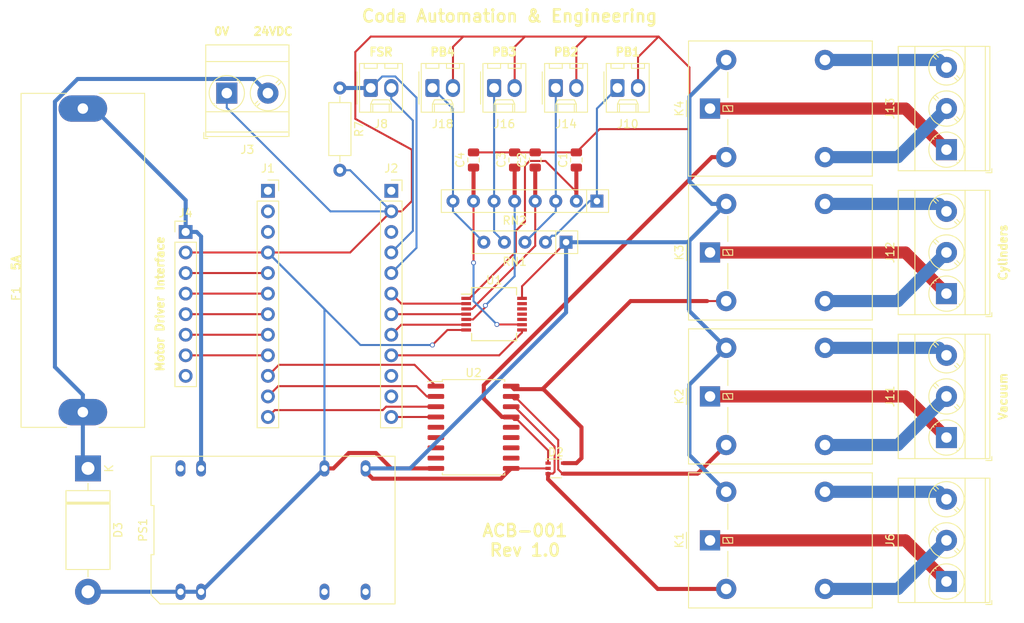
<source format=kicad_pcb>
(kicad_pcb (version 20171130) (host pcbnew 5.1.4+dfsg1-1)

  (general
    (thickness 1.6)
    (drawings 17)
    (tracks 239)
    (zones 0)
    (modules 30)
    (nets 44)
  )

  (page A4)
  (title_block
    (title "Actuator Controller Board")
    (date "sam. 04 avril 2015")
    (rev 1.0)
    (company "Coda Automation & Engineering")
  )

  (layers
    (0 F.Cu signal)
    (31 B.Cu signal)
    (32 B.Adhes user)
    (33 F.Adhes user)
    (34 B.Paste user)
    (35 F.Paste user)
    (36 B.SilkS user)
    (37 F.SilkS user)
    (38 B.Mask user)
    (39 F.Mask user)
    (40 Dwgs.User user)
    (41 Cmts.User user)
    (42 Eco1.User user)
    (43 Eco2.User user)
    (44 Edge.Cuts user)
    (45 Margin user)
    (46 B.CrtYd user)
    (47 F.CrtYd user)
    (48 B.Fab user)
    (49 F.Fab user)
  )

  (setup
    (last_trace_width 0.25)
    (user_trace_width 0.5)
    (user_trace_width 1.5)
    (trace_clearance 0.2)
    (zone_clearance 0.508)
    (zone_45_only no)
    (trace_min 0.2)
    (via_size 0.6)
    (via_drill 0.4)
    (via_min_size 0.4)
    (via_min_drill 0.3)
    (uvia_size 0.3)
    (uvia_drill 0.1)
    (uvias_allowed no)
    (uvia_min_size 0.2)
    (uvia_min_drill 0.1)
    (edge_width 0.1)
    (segment_width 0.15)
    (pcb_text_width 0.3)
    (pcb_text_size 1.5 1.5)
    (mod_edge_width 0.15)
    (mod_text_size 1 1)
    (mod_text_width 0.15)
    (pad_size 1.2 2)
    (pad_drill 0.8)
    (pad_to_mask_clearance 0)
    (aux_axis_origin 137.16 114.3)
    (visible_elements FFFFFF7F)
    (pcbplotparams
      (layerselection 0x02030_ffffffff)
      (usegerberextensions false)
      (usegerberattributes true)
      (usegerberadvancedattributes false)
      (creategerberjobfile true)
      (excludeedgelayer true)
      (linewidth 0.100000)
      (plotframeref false)
      (viasonmask false)
      (mode 1)
      (useauxorigin false)
      (hpglpennumber 1)
      (hpglpenspeed 20)
      (hpglpendiameter 15.000000)
      (psnegative false)
      (psa4output false)
      (plotreference true)
      (plotvalue true)
      (plotinvisibletext false)
      (padsonsilk false)
      (subtractmaskfromsilk false)
      (outputformat 1)
      (mirror false)
      (drillshape 0)
      (scaleselection 1)
      (outputdirectory "Gerber/"))
  )

  (net 0 "")
  (net 1 GND)
  (net 2 +24V)
  (net 3 "Net-(D3-Pad1)")
  (net 4 "Net-(J1-Pad12)")
  (net 5 "Net-(J1-Pad11)")
  (net 6 "Net-(J1-Pad10)")
  (net 7 "Net-(J1-Pad9)")
  (net 8 "Net-(J1-Pad8)")
  (net 9 "Net-(J1-Pad7)")
  (net 10 "Net-(J1-Pad6)")
  (net 11 "Net-(J1-Pad5)")
  (net 12 "Net-(J2-Pad12)")
  (net 13 "Net-(J2-Pad9)")
  (net 14 "Net-(J2-Pad8)")
  (net 15 "Net-(J2-Pad5)")
  (net 16 "Net-(J12-Pad1)")
  (net 17 "Net-(J10-Pad1)")
  (net 18 "Net-(J2-Pad7)")
  (net 19 "Net-(J2-Pad6)")
  (net 20 "Net-(J2-Pad4)")
  (net 21 "Net-(J14-Pad1)")
  (net 22 "Net-(J16-Pad1)")
  (net 23 "Net-(J18-Pad1)")
  (net 24 +5V)
  (net 25 "Net-(J6-Pad3)")
  (net 26 "Net-(J6-Pad2)")
  (net 27 "Net-(J6-Pad1)")
  (net 28 "Net-(J11-Pad3)")
  (net 29 "Net-(J11-Pad2)")
  (net 30 "Net-(J11-Pad1)")
  (net 31 "Net-(J12-Pad3)")
  (net 32 "Net-(J12-Pad2)")
  (net 33 "Net-(J13-Pad3)")
  (net 34 "Net-(J13-Pad2)")
  (net 35 "Net-(J13-Pad1)")
  (net 36 "Net-(C4-Pad1)")
  (net 37 "Net-(C3-Pad1)")
  (net 38 "Net-(C2-Pad1)")
  (net 39 "Net-(C1-Pad1)")
  (net 40 "Net-(D2-Pad5)")
  (net 41 "Net-(D2-Pad4)")
  (net 42 "Net-(D2-Pad3)")
  (net 43 "Net-(D2-Pad1)")

  (net_class Default "This is the default net class."
    (clearance 0.2)
    (trace_width 0.25)
    (via_dia 0.6)
    (via_drill 0.4)
    (uvia_dia 0.3)
    (uvia_drill 0.1)
    (add_net +5V)
    (add_net "Net-(C1-Pad1)")
    (add_net "Net-(C2-Pad1)")
    (add_net "Net-(C3-Pad1)")
    (add_net "Net-(C4-Pad1)")
    (add_net "Net-(D2-Pad1)")
    (add_net "Net-(D2-Pad3)")
    (add_net "Net-(D2-Pad4)")
    (add_net "Net-(D2-Pad5)")
    (add_net "Net-(D3-Pad1)")
    (add_net "Net-(J1-Pad10)")
    (add_net "Net-(J1-Pad11)")
    (add_net "Net-(J1-Pad12)")
    (add_net "Net-(J1-Pad5)")
    (add_net "Net-(J1-Pad6)")
    (add_net "Net-(J1-Pad7)")
    (add_net "Net-(J1-Pad8)")
    (add_net "Net-(J1-Pad9)")
    (add_net "Net-(J10-Pad1)")
    (add_net "Net-(J11-Pad1)")
    (add_net "Net-(J11-Pad2)")
    (add_net "Net-(J11-Pad3)")
    (add_net "Net-(J12-Pad1)")
    (add_net "Net-(J12-Pad2)")
    (add_net "Net-(J12-Pad3)")
    (add_net "Net-(J13-Pad1)")
    (add_net "Net-(J13-Pad2)")
    (add_net "Net-(J13-Pad3)")
    (add_net "Net-(J14-Pad1)")
    (add_net "Net-(J16-Pad1)")
    (add_net "Net-(J18-Pad1)")
    (add_net "Net-(J2-Pad12)")
    (add_net "Net-(J2-Pad4)")
    (add_net "Net-(J2-Pad5)")
    (add_net "Net-(J2-Pad6)")
    (add_net "Net-(J2-Pad7)")
    (add_net "Net-(J2-Pad8)")
    (add_net "Net-(J2-Pad9)")
    (add_net "Net-(J6-Pad1)")
    (add_net "Net-(J6-Pad2)")
    (add_net "Net-(J6-Pad3)")
  )

  (net_class +24 ""
    (clearance 0.2)
    (trace_width 1.5)
    (via_dia 1.8)
    (via_drill 1.6)
    (uvia_dia 0.3)
    (uvia_drill 0.1)
    (add_net +24V)
  )

  (net_class +5V ""
    (clearance 0.2)
    (trace_width 0.25)
    (via_dia 0.6)
    (via_drill 0.4)
    (uvia_dia 0.3)
    (uvia_drill 0.1)
  )

  (net_class 0v ""
    (clearance 0.2)
    (trace_width 0.25)
    (via_dia 0.6)
    (via_drill 0.4)
    (uvia_dia 0.3)
    (uvia_drill 0.1)
    (add_net GND)
  )

  (module TerminalBlock_Phoenix:TerminalBlock_Phoenix_MKDS-3-3-5.08_1x03_P5.08mm_Horizontal (layer F.Cu) (tedit 5B294F11) (tstamp 5DE83C9F)
    (at 194.945 86.36 90)
    (descr "Terminal Block Phoenix MKDS-3-3-5.08, 3 pins, pitch 5.08mm, size 15.2x11.2mm^2, drill diamater 1.3mm, pad diameter 2.6mm, see http://www.farnell.com/datasheets/2138224.pdf, script-generated using https://github.com/pointhi/kicad-footprint-generator/scripts/TerminalBlock_Phoenix")
    (tags "THT Terminal Block Phoenix MKDS-3-3-5.08 pitch 5.08mm size 15.2x11.2mm^2 drill 1.3mm pad 2.6mm")
    (path /5E5D7F20)
    (fp_text reference J12 (at 5.08 -6.96 90) (layer F.SilkS)
      (effects (font (size 1 1) (thickness 0.15)))
    )
    (fp_text value Screw_Terminal_01x03 (at 5.08 6.36 90) (layer F.Fab)
      (effects (font (size 1 1) (thickness 0.15)))
    )
    (fp_text user %R (at 5.08 3.1 90) (layer F.Fab)
      (effects (font (size 1 1) (thickness 0.15)))
    )
    (fp_line (start 13.21 -6.4) (end -3.04 -6.4) (layer F.CrtYd) (width 0.05))
    (fp_line (start 13.21 5.8) (end 13.21 -6.4) (layer F.CrtYd) (width 0.05))
    (fp_line (start -3.04 5.8) (end 13.21 5.8) (layer F.CrtYd) (width 0.05))
    (fp_line (start -3.04 -6.4) (end -3.04 5.8) (layer F.CrtYd) (width 0.05))
    (fp_line (start -2.84 5.6) (end -2.34 5.6) (layer F.SilkS) (width 0.12))
    (fp_line (start -2.84 4.86) (end -2.84 5.6) (layer F.SilkS) (width 0.12))
    (fp_line (start 8.902 0.992) (end 8.507 1.388) (layer F.SilkS) (width 0.12))
    (fp_line (start 11.548 -1.654) (end 11.168 -1.274) (layer F.SilkS) (width 0.12))
    (fp_line (start 9.153 1.274) (end 8.773 1.654) (layer F.SilkS) (width 0.12))
    (fp_line (start 11.814 -1.388) (end 11.419 -0.992) (layer F.SilkS) (width 0.12))
    (fp_line (start 11.433 -1.517) (end 8.644 1.273) (layer F.Fab) (width 0.1))
    (fp_line (start 11.677 -1.273) (end 8.888 1.517) (layer F.Fab) (width 0.1))
    (fp_line (start 3.822 0.992) (end 3.427 1.388) (layer F.SilkS) (width 0.12))
    (fp_line (start 6.468 -1.654) (end 6.088 -1.274) (layer F.SilkS) (width 0.12))
    (fp_line (start 4.073 1.274) (end 3.693 1.654) (layer F.SilkS) (width 0.12))
    (fp_line (start 6.734 -1.388) (end 6.339 -0.992) (layer F.SilkS) (width 0.12))
    (fp_line (start 6.353 -1.517) (end 3.564 1.273) (layer F.Fab) (width 0.1))
    (fp_line (start 6.597 -1.273) (end 3.808 1.517) (layer F.Fab) (width 0.1))
    (fp_line (start -1.548 1.281) (end -1.654 1.388) (layer F.SilkS) (width 0.12))
    (fp_line (start 1.388 -1.654) (end 1.281 -1.547) (layer F.SilkS) (width 0.12))
    (fp_line (start -1.282 1.547) (end -1.388 1.654) (layer F.SilkS) (width 0.12))
    (fp_line (start 1.654 -1.388) (end 1.547 -1.281) (layer F.SilkS) (width 0.12))
    (fp_line (start 1.273 -1.517) (end -1.517 1.273) (layer F.Fab) (width 0.1))
    (fp_line (start 1.517 -1.273) (end -1.273 1.517) (layer F.Fab) (width 0.1))
    (fp_line (start 12.76 -5.96) (end 12.76 5.36) (layer F.SilkS) (width 0.12))
    (fp_line (start -2.6 -5.96) (end -2.6 5.36) (layer F.SilkS) (width 0.12))
    (fp_line (start -2.6 5.36) (end 12.76 5.36) (layer F.SilkS) (width 0.12))
    (fp_line (start -2.6 -5.96) (end 12.76 -5.96) (layer F.SilkS) (width 0.12))
    (fp_line (start -2.6 -3.9) (end 12.76 -3.9) (layer F.SilkS) (width 0.12))
    (fp_line (start -2.54 -3.9) (end 12.7 -3.9) (layer F.Fab) (width 0.1))
    (fp_line (start -2.6 2.3) (end 12.76 2.3) (layer F.SilkS) (width 0.12))
    (fp_line (start -2.54 2.3) (end 12.7 2.3) (layer F.Fab) (width 0.1))
    (fp_line (start -2.6 4.8) (end 12.76 4.8) (layer F.SilkS) (width 0.12))
    (fp_line (start -2.54 4.8) (end 12.7 4.8) (layer F.Fab) (width 0.1))
    (fp_line (start -2.54 4.8) (end -2.54 -5.9) (layer F.Fab) (width 0.1))
    (fp_line (start -2.04 5.3) (end -2.54 4.8) (layer F.Fab) (width 0.1))
    (fp_line (start 12.7 5.3) (end -2.04 5.3) (layer F.Fab) (width 0.1))
    (fp_line (start 12.7 -5.9) (end 12.7 5.3) (layer F.Fab) (width 0.1))
    (fp_line (start -2.54 -5.9) (end 12.7 -5.9) (layer F.Fab) (width 0.1))
    (fp_circle (center 10.16 0) (end 12.34 0) (layer F.SilkS) (width 0.12))
    (fp_circle (center 10.16 0) (end 12.16 0) (layer F.Fab) (width 0.1))
    (fp_circle (center 5.08 0) (end 7.26 0) (layer F.SilkS) (width 0.12))
    (fp_circle (center 5.08 0) (end 7.08 0) (layer F.Fab) (width 0.1))
    (fp_circle (center 0 0) (end 2.18 0) (layer F.SilkS) (width 0.12))
    (fp_circle (center 0 0) (end 2 0) (layer F.Fab) (width 0.1))
    (pad 3 thru_hole circle (at 10.16 0 90) (size 2.6 2.6) (drill 1.3) (layers *.Cu *.Mask)
      (net 31 "Net-(J12-Pad3)"))
    (pad 2 thru_hole circle (at 5.08 0 90) (size 2.6 2.6) (drill 1.3) (layers *.Cu *.Mask)
      (net 32 "Net-(J12-Pad2)"))
    (pad 1 thru_hole rect (at 0 0 90) (size 2.6 2.6) (drill 1.3) (layers *.Cu *.Mask)
      (net 16 "Net-(J12-Pad1)"))
    (model ${KISYS3DMOD}/TerminalBlock_Phoenix.3dshapes/TerminalBlock_Phoenix_MKDS-3-3-5.08_1x03_P5.08mm_Horizontal.wrl
      (at (xyz 0 0 0))
      (scale (xyz 1 1 1))
      (rotate (xyz 0 0 0))
    )
  )

  (module TerminalBlock_Phoenix:TerminalBlock_Phoenix_MKDS-3-3-5.08_1x03_P5.08mm_Horizontal (layer F.Cu) (tedit 5B294F11) (tstamp 5DE83BA5)
    (at 194.945 121.92 90)
    (descr "Terminal Block Phoenix MKDS-3-3-5.08, 3 pins, pitch 5.08mm, size 15.2x11.2mm^2, drill diamater 1.3mm, pad diameter 2.6mm, see http://www.farnell.com/datasheets/2138224.pdf, script-generated using https://github.com/pointhi/kicad-footprint-generator/scripts/TerminalBlock_Phoenix")
    (tags "THT Terminal Block Phoenix MKDS-3-3-5.08 pitch 5.08mm size 15.2x11.2mm^2 drill 1.3mm pad 2.6mm")
    (path /5E4EDA0A)
    (fp_text reference J6 (at 5.08 -6.96 90) (layer F.SilkS)
      (effects (font (size 1 1) (thickness 0.15)))
    )
    (fp_text value Screw_Terminal_01x03 (at 5.08 6.36 90) (layer F.Fab)
      (effects (font (size 1 1) (thickness 0.15)))
    )
    (fp_text user %R (at 5.08 3.1 90) (layer F.Fab)
      (effects (font (size 1 1) (thickness 0.15)))
    )
    (fp_line (start 13.21 -6.4) (end -3.04 -6.4) (layer F.CrtYd) (width 0.05))
    (fp_line (start 13.21 5.8) (end 13.21 -6.4) (layer F.CrtYd) (width 0.05))
    (fp_line (start -3.04 5.8) (end 13.21 5.8) (layer F.CrtYd) (width 0.05))
    (fp_line (start -3.04 -6.4) (end -3.04 5.8) (layer F.CrtYd) (width 0.05))
    (fp_line (start -2.84 5.6) (end -2.34 5.6) (layer F.SilkS) (width 0.12))
    (fp_line (start -2.84 4.86) (end -2.84 5.6) (layer F.SilkS) (width 0.12))
    (fp_line (start 8.902 0.992) (end 8.507 1.388) (layer F.SilkS) (width 0.12))
    (fp_line (start 11.548 -1.654) (end 11.168 -1.274) (layer F.SilkS) (width 0.12))
    (fp_line (start 9.153 1.274) (end 8.773 1.654) (layer F.SilkS) (width 0.12))
    (fp_line (start 11.814 -1.388) (end 11.419 -0.992) (layer F.SilkS) (width 0.12))
    (fp_line (start 11.433 -1.517) (end 8.644 1.273) (layer F.Fab) (width 0.1))
    (fp_line (start 11.677 -1.273) (end 8.888 1.517) (layer F.Fab) (width 0.1))
    (fp_line (start 3.822 0.992) (end 3.427 1.388) (layer F.SilkS) (width 0.12))
    (fp_line (start 6.468 -1.654) (end 6.088 -1.274) (layer F.SilkS) (width 0.12))
    (fp_line (start 4.073 1.274) (end 3.693 1.654) (layer F.SilkS) (width 0.12))
    (fp_line (start 6.734 -1.388) (end 6.339 -0.992) (layer F.SilkS) (width 0.12))
    (fp_line (start 6.353 -1.517) (end 3.564 1.273) (layer F.Fab) (width 0.1))
    (fp_line (start 6.597 -1.273) (end 3.808 1.517) (layer F.Fab) (width 0.1))
    (fp_line (start -1.548 1.281) (end -1.654 1.388) (layer F.SilkS) (width 0.12))
    (fp_line (start 1.388 -1.654) (end 1.281 -1.547) (layer F.SilkS) (width 0.12))
    (fp_line (start -1.282 1.547) (end -1.388 1.654) (layer F.SilkS) (width 0.12))
    (fp_line (start 1.654 -1.388) (end 1.547 -1.281) (layer F.SilkS) (width 0.12))
    (fp_line (start 1.273 -1.517) (end -1.517 1.273) (layer F.Fab) (width 0.1))
    (fp_line (start 1.517 -1.273) (end -1.273 1.517) (layer F.Fab) (width 0.1))
    (fp_line (start 12.76 -5.96) (end 12.76 5.36) (layer F.SilkS) (width 0.12))
    (fp_line (start -2.6 -5.96) (end -2.6 5.36) (layer F.SilkS) (width 0.12))
    (fp_line (start -2.6 5.36) (end 12.76 5.36) (layer F.SilkS) (width 0.12))
    (fp_line (start -2.6 -5.96) (end 12.76 -5.96) (layer F.SilkS) (width 0.12))
    (fp_line (start -2.6 -3.9) (end 12.76 -3.9) (layer F.SilkS) (width 0.12))
    (fp_line (start -2.54 -3.9) (end 12.7 -3.9) (layer F.Fab) (width 0.1))
    (fp_line (start -2.6 2.3) (end 12.76 2.3) (layer F.SilkS) (width 0.12))
    (fp_line (start -2.54 2.3) (end 12.7 2.3) (layer F.Fab) (width 0.1))
    (fp_line (start -2.6 4.8) (end 12.76 4.8) (layer F.SilkS) (width 0.12))
    (fp_line (start -2.54 4.8) (end 12.7 4.8) (layer F.Fab) (width 0.1))
    (fp_line (start -2.54 4.8) (end -2.54 -5.9) (layer F.Fab) (width 0.1))
    (fp_line (start -2.04 5.3) (end -2.54 4.8) (layer F.Fab) (width 0.1))
    (fp_line (start 12.7 5.3) (end -2.04 5.3) (layer F.Fab) (width 0.1))
    (fp_line (start 12.7 -5.9) (end 12.7 5.3) (layer F.Fab) (width 0.1))
    (fp_line (start -2.54 -5.9) (end 12.7 -5.9) (layer F.Fab) (width 0.1))
    (fp_circle (center 10.16 0) (end 12.34 0) (layer F.SilkS) (width 0.12))
    (fp_circle (center 10.16 0) (end 12.16 0) (layer F.Fab) (width 0.1))
    (fp_circle (center 5.08 0) (end 7.26 0) (layer F.SilkS) (width 0.12))
    (fp_circle (center 5.08 0) (end 7.08 0) (layer F.Fab) (width 0.1))
    (fp_circle (center 0 0) (end 2.18 0) (layer F.SilkS) (width 0.12))
    (fp_circle (center 0 0) (end 2 0) (layer F.Fab) (width 0.1))
    (pad 3 thru_hole circle (at 10.16 0 90) (size 2.6 2.6) (drill 1.3) (layers *.Cu *.Mask)
      (net 25 "Net-(J6-Pad3)"))
    (pad 2 thru_hole circle (at 5.08 0 90) (size 2.6 2.6) (drill 1.3) (layers *.Cu *.Mask)
      (net 26 "Net-(J6-Pad2)"))
    (pad 1 thru_hole rect (at 0 0 90) (size 2.6 2.6) (drill 1.3) (layers *.Cu *.Mask)
      (net 27 "Net-(J6-Pad1)"))
    (model ${KISYS3DMOD}/TerminalBlock_Phoenix.3dshapes/TerminalBlock_Phoenix_MKDS-3-3-5.08_1x03_P5.08mm_Horizontal.wrl
      (at (xyz 0 0 0))
      (scale (xyz 1 1 1))
      (rotate (xyz 0 0 0))
    )
  )

  (module TerminalBlock_Phoenix:TerminalBlock_Phoenix_MKDS-3-3-5.08_1x03_P5.08mm_Horizontal (layer F.Cu) (tedit 5B294F11) (tstamp 5DE83CD4)
    (at 194.945 68.58 90)
    (descr "Terminal Block Phoenix MKDS-3-3-5.08, 3 pins, pitch 5.08mm, size 15.2x11.2mm^2, drill diamater 1.3mm, pad diameter 2.6mm, see http://www.farnell.com/datasheets/2138224.pdf, script-generated using https://github.com/pointhi/kicad-footprint-generator/scripts/TerminalBlock_Phoenix")
    (tags "THT Terminal Block Phoenix MKDS-3-3-5.08 pitch 5.08mm size 15.2x11.2mm^2 drill 1.3mm pad 2.6mm")
    (path /5E4AC883)
    (fp_text reference J13 (at 5.08 -6.96 90) (layer F.SilkS)
      (effects (font (size 1 1) (thickness 0.15)))
    )
    (fp_text value Screw_Terminal_01x03 (at 5.08 6.36 90) (layer F.Fab)
      (effects (font (size 1 1) (thickness 0.15)))
    )
    (fp_text user %R (at 5.08 3.1 90) (layer F.Fab)
      (effects (font (size 1 1) (thickness 0.15)))
    )
    (fp_line (start 13.21 -6.4) (end -3.04 -6.4) (layer F.CrtYd) (width 0.05))
    (fp_line (start 13.21 5.8) (end 13.21 -6.4) (layer F.CrtYd) (width 0.05))
    (fp_line (start -3.04 5.8) (end 13.21 5.8) (layer F.CrtYd) (width 0.05))
    (fp_line (start -3.04 -6.4) (end -3.04 5.8) (layer F.CrtYd) (width 0.05))
    (fp_line (start -2.84 5.6) (end -2.34 5.6) (layer F.SilkS) (width 0.12))
    (fp_line (start -2.84 4.86) (end -2.84 5.6) (layer F.SilkS) (width 0.12))
    (fp_line (start 8.902 0.992) (end 8.507 1.388) (layer F.SilkS) (width 0.12))
    (fp_line (start 11.548 -1.654) (end 11.168 -1.274) (layer F.SilkS) (width 0.12))
    (fp_line (start 9.153 1.274) (end 8.773 1.654) (layer F.SilkS) (width 0.12))
    (fp_line (start 11.814 -1.388) (end 11.419 -0.992) (layer F.SilkS) (width 0.12))
    (fp_line (start 11.433 -1.517) (end 8.644 1.273) (layer F.Fab) (width 0.1))
    (fp_line (start 11.677 -1.273) (end 8.888 1.517) (layer F.Fab) (width 0.1))
    (fp_line (start 3.822 0.992) (end 3.427 1.388) (layer F.SilkS) (width 0.12))
    (fp_line (start 6.468 -1.654) (end 6.088 -1.274) (layer F.SilkS) (width 0.12))
    (fp_line (start 4.073 1.274) (end 3.693 1.654) (layer F.SilkS) (width 0.12))
    (fp_line (start 6.734 -1.388) (end 6.339 -0.992) (layer F.SilkS) (width 0.12))
    (fp_line (start 6.353 -1.517) (end 3.564 1.273) (layer F.Fab) (width 0.1))
    (fp_line (start 6.597 -1.273) (end 3.808 1.517) (layer F.Fab) (width 0.1))
    (fp_line (start -1.548 1.281) (end -1.654 1.388) (layer F.SilkS) (width 0.12))
    (fp_line (start 1.388 -1.654) (end 1.281 -1.547) (layer F.SilkS) (width 0.12))
    (fp_line (start -1.282 1.547) (end -1.388 1.654) (layer F.SilkS) (width 0.12))
    (fp_line (start 1.654 -1.388) (end 1.547 -1.281) (layer F.SilkS) (width 0.12))
    (fp_line (start 1.273 -1.517) (end -1.517 1.273) (layer F.Fab) (width 0.1))
    (fp_line (start 1.517 -1.273) (end -1.273 1.517) (layer F.Fab) (width 0.1))
    (fp_line (start 12.76 -5.96) (end 12.76 5.36) (layer F.SilkS) (width 0.12))
    (fp_line (start -2.6 -5.96) (end -2.6 5.36) (layer F.SilkS) (width 0.12))
    (fp_line (start -2.6 5.36) (end 12.76 5.36) (layer F.SilkS) (width 0.12))
    (fp_line (start -2.6 -5.96) (end 12.76 -5.96) (layer F.SilkS) (width 0.12))
    (fp_line (start -2.6 -3.9) (end 12.76 -3.9) (layer F.SilkS) (width 0.12))
    (fp_line (start -2.54 -3.9) (end 12.7 -3.9) (layer F.Fab) (width 0.1))
    (fp_line (start -2.6 2.3) (end 12.76 2.3) (layer F.SilkS) (width 0.12))
    (fp_line (start -2.54 2.3) (end 12.7 2.3) (layer F.Fab) (width 0.1))
    (fp_line (start -2.6 4.8) (end 12.76 4.8) (layer F.SilkS) (width 0.12))
    (fp_line (start -2.54 4.8) (end 12.7 4.8) (layer F.Fab) (width 0.1))
    (fp_line (start -2.54 4.8) (end -2.54 -5.9) (layer F.Fab) (width 0.1))
    (fp_line (start -2.04 5.3) (end -2.54 4.8) (layer F.Fab) (width 0.1))
    (fp_line (start 12.7 5.3) (end -2.04 5.3) (layer F.Fab) (width 0.1))
    (fp_line (start 12.7 -5.9) (end 12.7 5.3) (layer F.Fab) (width 0.1))
    (fp_line (start -2.54 -5.9) (end 12.7 -5.9) (layer F.Fab) (width 0.1))
    (fp_circle (center 10.16 0) (end 12.34 0) (layer F.SilkS) (width 0.12))
    (fp_circle (center 10.16 0) (end 12.16 0) (layer F.Fab) (width 0.1))
    (fp_circle (center 5.08 0) (end 7.26 0) (layer F.SilkS) (width 0.12))
    (fp_circle (center 5.08 0) (end 7.08 0) (layer F.Fab) (width 0.1))
    (fp_circle (center 0 0) (end 2.18 0) (layer F.SilkS) (width 0.12))
    (fp_circle (center 0 0) (end 2 0) (layer F.Fab) (width 0.1))
    (pad 3 thru_hole circle (at 10.16 0 90) (size 2.6 2.6) (drill 1.3) (layers *.Cu *.Mask)
      (net 33 "Net-(J13-Pad3)"))
    (pad 2 thru_hole circle (at 5.08 0 90) (size 2.6 2.6) (drill 1.3) (layers *.Cu *.Mask)
      (net 34 "Net-(J13-Pad2)"))
    (pad 1 thru_hole rect (at 0 0 90) (size 2.6 2.6) (drill 1.3) (layers *.Cu *.Mask)
      (net 35 "Net-(J13-Pad1)"))
    (model ${KISYS3DMOD}/TerminalBlock_Phoenix.3dshapes/TerminalBlock_Phoenix_MKDS-3-3-5.08_1x03_P5.08mm_Horizontal.wrl
      (at (xyz 0 0 0))
      (scale (xyz 1 1 1))
      (rotate (xyz 0 0 0))
    )
  )

  (module TerminalBlock_Phoenix:TerminalBlock_Phoenix_MKDS-3-3-5.08_1x03_P5.08mm_Horizontal (layer F.Cu) (tedit 5B294F11) (tstamp 5DE83C6A)
    (at 194.945 104.14 90)
    (descr "Terminal Block Phoenix MKDS-3-3-5.08, 3 pins, pitch 5.08mm, size 15.2x11.2mm^2, drill diamater 1.3mm, pad diameter 2.6mm, see http://www.farnell.com/datasheets/2138224.pdf, script-generated using https://github.com/pointhi/kicad-footprint-generator/scripts/TerminalBlock_Phoenix")
    (tags "THT Terminal Block Phoenix MKDS-3-3-5.08 pitch 5.08mm size 15.2x11.2mm^2 drill 1.3mm pad 2.6mm")
    (path /5E5CC9D0)
    (fp_text reference J11 (at 5.08 -6.96 90) (layer F.SilkS)
      (effects (font (size 1 1) (thickness 0.15)))
    )
    (fp_text value Screw_Terminal_01x03 (at 5.08 6.36 90) (layer F.Fab)
      (effects (font (size 1 1) (thickness 0.15)))
    )
    (fp_text user %R (at 5.08 3.1 90) (layer F.Fab)
      (effects (font (size 1 1) (thickness 0.15)))
    )
    (fp_line (start 13.21 -6.4) (end -3.04 -6.4) (layer F.CrtYd) (width 0.05))
    (fp_line (start 13.21 5.8) (end 13.21 -6.4) (layer F.CrtYd) (width 0.05))
    (fp_line (start -3.04 5.8) (end 13.21 5.8) (layer F.CrtYd) (width 0.05))
    (fp_line (start -3.04 -6.4) (end -3.04 5.8) (layer F.CrtYd) (width 0.05))
    (fp_line (start -2.84 5.6) (end -2.34 5.6) (layer F.SilkS) (width 0.12))
    (fp_line (start -2.84 4.86) (end -2.84 5.6) (layer F.SilkS) (width 0.12))
    (fp_line (start 8.902 0.992) (end 8.507 1.388) (layer F.SilkS) (width 0.12))
    (fp_line (start 11.548 -1.654) (end 11.168 -1.274) (layer F.SilkS) (width 0.12))
    (fp_line (start 9.153 1.274) (end 8.773 1.654) (layer F.SilkS) (width 0.12))
    (fp_line (start 11.814 -1.388) (end 11.419 -0.992) (layer F.SilkS) (width 0.12))
    (fp_line (start 11.433 -1.517) (end 8.644 1.273) (layer F.Fab) (width 0.1))
    (fp_line (start 11.677 -1.273) (end 8.888 1.517) (layer F.Fab) (width 0.1))
    (fp_line (start 3.822 0.992) (end 3.427 1.388) (layer F.SilkS) (width 0.12))
    (fp_line (start 6.468 -1.654) (end 6.088 -1.274) (layer F.SilkS) (width 0.12))
    (fp_line (start 4.073 1.274) (end 3.693 1.654) (layer F.SilkS) (width 0.12))
    (fp_line (start 6.734 -1.388) (end 6.339 -0.992) (layer F.SilkS) (width 0.12))
    (fp_line (start 6.353 -1.517) (end 3.564 1.273) (layer F.Fab) (width 0.1))
    (fp_line (start 6.597 -1.273) (end 3.808 1.517) (layer F.Fab) (width 0.1))
    (fp_line (start -1.548 1.281) (end -1.654 1.388) (layer F.SilkS) (width 0.12))
    (fp_line (start 1.388 -1.654) (end 1.281 -1.547) (layer F.SilkS) (width 0.12))
    (fp_line (start -1.282 1.547) (end -1.388 1.654) (layer F.SilkS) (width 0.12))
    (fp_line (start 1.654 -1.388) (end 1.547 -1.281) (layer F.SilkS) (width 0.12))
    (fp_line (start 1.273 -1.517) (end -1.517 1.273) (layer F.Fab) (width 0.1))
    (fp_line (start 1.517 -1.273) (end -1.273 1.517) (layer F.Fab) (width 0.1))
    (fp_line (start 12.76 -5.96) (end 12.76 5.36) (layer F.SilkS) (width 0.12))
    (fp_line (start -2.6 -5.96) (end -2.6 5.36) (layer F.SilkS) (width 0.12))
    (fp_line (start -2.6 5.36) (end 12.76 5.36) (layer F.SilkS) (width 0.12))
    (fp_line (start -2.6 -5.96) (end 12.76 -5.96) (layer F.SilkS) (width 0.12))
    (fp_line (start -2.6 -3.9) (end 12.76 -3.9) (layer F.SilkS) (width 0.12))
    (fp_line (start -2.54 -3.9) (end 12.7 -3.9) (layer F.Fab) (width 0.1))
    (fp_line (start -2.6 2.3) (end 12.76 2.3) (layer F.SilkS) (width 0.12))
    (fp_line (start -2.54 2.3) (end 12.7 2.3) (layer F.Fab) (width 0.1))
    (fp_line (start -2.6 4.8) (end 12.76 4.8) (layer F.SilkS) (width 0.12))
    (fp_line (start -2.54 4.8) (end 12.7 4.8) (layer F.Fab) (width 0.1))
    (fp_line (start -2.54 4.8) (end -2.54 -5.9) (layer F.Fab) (width 0.1))
    (fp_line (start -2.04 5.3) (end -2.54 4.8) (layer F.Fab) (width 0.1))
    (fp_line (start 12.7 5.3) (end -2.04 5.3) (layer F.Fab) (width 0.1))
    (fp_line (start 12.7 -5.9) (end 12.7 5.3) (layer F.Fab) (width 0.1))
    (fp_line (start -2.54 -5.9) (end 12.7 -5.9) (layer F.Fab) (width 0.1))
    (fp_circle (center 10.16 0) (end 12.34 0) (layer F.SilkS) (width 0.12))
    (fp_circle (center 10.16 0) (end 12.16 0) (layer F.Fab) (width 0.1))
    (fp_circle (center 5.08 0) (end 7.26 0) (layer F.SilkS) (width 0.12))
    (fp_circle (center 5.08 0) (end 7.08 0) (layer F.Fab) (width 0.1))
    (fp_circle (center 0 0) (end 2.18 0) (layer F.SilkS) (width 0.12))
    (fp_circle (center 0 0) (end 2 0) (layer F.Fab) (width 0.1))
    (pad 3 thru_hole circle (at 10.16 0 90) (size 2.6 2.6) (drill 1.3) (layers *.Cu *.Mask)
      (net 28 "Net-(J11-Pad3)"))
    (pad 2 thru_hole circle (at 5.08 0 90) (size 2.6 2.6) (drill 1.3) (layers *.Cu *.Mask)
      (net 29 "Net-(J11-Pad2)"))
    (pad 1 thru_hole rect (at 0 0 90) (size 2.6 2.6) (drill 1.3) (layers *.Cu *.Mask)
      (net 30 "Net-(J11-Pad1)"))
    (model ${KISYS3DMOD}/TerminalBlock_Phoenix.3dshapes/TerminalBlock_Phoenix_MKDS-3-3-5.08_1x03_P5.08mm_Horizontal.wrl
      (at (xyz 0 0 0))
      (scale (xyz 1 1 1))
      (rotate (xyz 0 0 0))
    )
  )

  (module Connector_PinSocket_2.54mm:PinSocket_1x12_P2.54mm_Vertical (layer F.Cu) (tedit 5A19A41D) (tstamp 5DE83AFC)
    (at 126.365 73.66)
    (descr "Through hole straight socket strip, 1x12, 2.54mm pitch, single row (from Kicad 4.0.7), script generated")
    (tags "Through hole socket strip THT 1x12 2.54mm single row")
    (path /5DE65800)
    (fp_text reference J2 (at 0 -2.77) (layer F.SilkS)
      (effects (font (size 1 1) (thickness 0.15)))
    )
    (fp_text value Conn_01x12 (at 0 30.71) (layer F.Fab)
      (effects (font (size 1 1) (thickness 0.15)))
    )
    (fp_text user %R (at 0 13.97 90) (layer F.Fab)
      (effects (font (size 1 1) (thickness 0.15)))
    )
    (fp_line (start -1.8 29.7) (end -1.8 -1.8) (layer F.CrtYd) (width 0.05))
    (fp_line (start 1.75 29.7) (end -1.8 29.7) (layer F.CrtYd) (width 0.05))
    (fp_line (start 1.75 -1.8) (end 1.75 29.7) (layer F.CrtYd) (width 0.05))
    (fp_line (start -1.8 -1.8) (end 1.75 -1.8) (layer F.CrtYd) (width 0.05))
    (fp_line (start 0 -1.33) (end 1.33 -1.33) (layer F.SilkS) (width 0.12))
    (fp_line (start 1.33 -1.33) (end 1.33 0) (layer F.SilkS) (width 0.12))
    (fp_line (start 1.33 1.27) (end 1.33 29.27) (layer F.SilkS) (width 0.12))
    (fp_line (start -1.33 29.27) (end 1.33 29.27) (layer F.SilkS) (width 0.12))
    (fp_line (start -1.33 1.27) (end -1.33 29.27) (layer F.SilkS) (width 0.12))
    (fp_line (start -1.33 1.27) (end 1.33 1.27) (layer F.SilkS) (width 0.12))
    (fp_line (start -1.27 29.21) (end -1.27 -1.27) (layer F.Fab) (width 0.1))
    (fp_line (start 1.27 29.21) (end -1.27 29.21) (layer F.Fab) (width 0.1))
    (fp_line (start 1.27 -0.635) (end 1.27 29.21) (layer F.Fab) (width 0.1))
    (fp_line (start 0.635 -1.27) (end 1.27 -0.635) (layer F.Fab) (width 0.1))
    (fp_line (start -1.27 -1.27) (end 0.635 -1.27) (layer F.Fab) (width 0.1))
    (pad 12 thru_hole oval (at 0 27.94) (size 1.7 1.7) (drill 1) (layers *.Cu *.Mask)
      (net 12 "Net-(J2-Pad12)"))
    (pad 11 thru_hole oval (at 0 25.4) (size 1.7 1.7) (drill 1) (layers *.Cu *.Mask))
    (pad 10 thru_hole oval (at 0 22.86) (size 1.7 1.7) (drill 1) (layers *.Cu *.Mask))
    (pad 9 thru_hole oval (at 0 20.32) (size 1.7 1.7) (drill 1) (layers *.Cu *.Mask)
      (net 13 "Net-(J2-Pad9)"))
    (pad 8 thru_hole oval (at 0 17.78) (size 1.7 1.7) (drill 1) (layers *.Cu *.Mask)
      (net 14 "Net-(J2-Pad8)"))
    (pad 7 thru_hole oval (at 0 15.24) (size 1.7 1.7) (drill 1) (layers *.Cu *.Mask)
      (net 18 "Net-(J2-Pad7)"))
    (pad 6 thru_hole oval (at 0 12.7) (size 1.7 1.7) (drill 1) (layers *.Cu *.Mask)
      (net 19 "Net-(J2-Pad6)"))
    (pad 5 thru_hole oval (at 0 10.16) (size 1.7 1.7) (drill 1) (layers *.Cu *.Mask)
      (net 15 "Net-(J2-Pad5)"))
    (pad 4 thru_hole oval (at 0 7.62) (size 1.7 1.7) (drill 1) (layers *.Cu *.Mask)
      (net 20 "Net-(J2-Pad4)"))
    (pad 3 thru_hole oval (at 0 5.08) (size 1.7 1.7) (drill 1) (layers *.Cu *.Mask))
    (pad 2 thru_hole oval (at 0 2.54) (size 1.7 1.7) (drill 1) (layers *.Cu *.Mask)
      (net 1 GND))
    (pad 1 thru_hole rect (at 0 0) (size 1.7 1.7) (drill 1) (layers *.Cu *.Mask))
    (model ${KISYS3DMOD}/Connector_PinSocket_2.54mm.3dshapes/PinSocket_1x12_P2.54mm_Vertical.wrl
      (at (xyz 0 0 0))
      (scale (xyz 1 1 1))
      (rotate (xyz 0 0 0))
    )
  )

  (module Relay_THT:Relay_SPDT_Omron-G5LE-1 (layer F.Cu) (tedit 5AE38B37) (tstamp 5DE83E12)
    (at 165.735 81.28 90)
    (descr "Omron Relay SPDT, http://www.omron.com/ecb/products/pdf/en-g5le.pdf")
    (tags "Omron Relay SPDT")
    (path /5E5D7F11)
    (fp_text reference K3 (at 0 -3.8 90) (layer F.SilkS)
      (effects (font (size 1 1) (thickness 0.15)))
    )
    (fp_text value G5LE-1 (at 0 20.95 90) (layer F.Fab)
      (effects (font (size 1 1) (thickness 0.15)))
    )
    (fp_text user %R (at 0 8.7 90) (layer F.Fab)
      (effects (font (size 1 1) (thickness 0.15)))
    )
    (fp_line (start -8.5 20.2) (end 8.5 20.2) (layer F.CrtYd) (width 0.05))
    (fp_line (start -8.5 -2.8) (end -8.5 20.2) (layer F.CrtYd) (width 0.05))
    (fp_line (start 8.5 -2.8) (end -8.5 -2.8) (layer F.CrtYd) (width 0.05))
    (fp_line (start 8.5 20.2) (end 8.5 -2.8) (layer F.CrtYd) (width 0.05))
    (fp_line (start 1.35 2.2) (end 4.5 2.2) (layer F.SilkS) (width 0.12))
    (fp_line (start -4.5 2.2) (end -1.35 2.2) (layer F.SilkS) (width 0.12))
    (fp_line (start -1 -2.91) (end 1 -2.91) (layer F.SilkS) (width 0.12))
    (fp_line (start -0.35 2.8) (end 0.35 2.8) (layer F.SilkS) (width 0.12))
    (fp_line (start -0.35 1.6) (end -0.35 2.8) (layer F.SilkS) (width 0.12))
    (fp_line (start 0.35 1.6) (end -0.35 1.6) (layer F.SilkS) (width 0.12))
    (fp_line (start 0.35 2.8) (end 0.35 1.6) (layer F.SilkS) (width 0.12))
    (fp_line (start -0.35 2.4) (end 0.35 2) (layer F.SilkS) (width 0.12))
    (fp_line (start -8.35 20.05) (end 8.35 20.05) (layer F.SilkS) (width 0.12))
    (fp_line (start -8.35 -2.65) (end -8.35 20.05) (layer F.SilkS) (width 0.12))
    (fp_line (start 8.35 -2.65) (end -8.35 -2.65) (layer F.SilkS) (width 0.12))
    (fp_line (start 8.35 20.05) (end 8.35 -2.65) (layer F.SilkS) (width 0.12))
    (fp_line (start -4.5 2) (end 4.5 2) (layer F.Fab) (width 0.1))
    (fp_line (start -1 -2.55) (end 0 -1.55) (layer F.Fab) (width 0.1))
    (fp_line (start -8.25 -2.55) (end -1 -2.55) (layer F.Fab) (width 0.1))
    (fp_line (start -8.25 19.95) (end -8.25 -2.55) (layer F.Fab) (width 0.1))
    (fp_line (start 8.25 19.95) (end -8.25 19.95) (layer F.Fab) (width 0.1))
    (fp_line (start 8.25 -2.55) (end 8.25 19.95) (layer F.Fab) (width 0.1))
    (fp_line (start 1 -2.55) (end 8.25 -2.55) (layer F.Fab) (width 0.1))
    (fp_line (start 0 -1.55) (end 1 -2.55) (layer F.Fab) (width 0.1))
    (pad 5 thru_hole oval (at 6 2 90) (size 2.5 2.5) (drill 1.3) (layers *.Cu *.Mask)
      (net 24 +5V))
    (pad 4 thru_hole oval (at 6 14.2 90) (size 2.5 2.5) (drill 1.3) (layers *.Cu *.Mask)
      (net 31 "Net-(J12-Pad3)"))
    (pad 3 thru_hole oval (at -6 14.2 90) (size 2.5 2.5) (drill 1.3) (layers *.Cu *.Mask)
      (net 32 "Net-(J12-Pad2)"))
    (pad 2 thru_hole oval (at -6 2 90) (size 2.5 2.5) (drill 1.3) (layers *.Cu *.Mask)
      (net 40 "Net-(D2-Pad5)"))
    (pad 1 thru_hole rect (at 0 0 90) (size 2.5 2.5) (drill 1.3) (layers *.Cu *.Mask)
      (net 16 "Net-(J12-Pad1)"))
    (model ${KISYS3DMOD}/Relay_THT.3dshapes/Relay_SPDT_Omron-G5LE-1.wrl
      (at (xyz 0 0 0))
      (scale (xyz 1 1 1))
      (rotate (xyz 0 0 0))
    )
  )

  (module Relay_THT:Relay_SPDT_Omron-G5LE-1 (layer F.Cu) (tedit 5AE38B37) (tstamp 5DE83DF0)
    (at 165.735 99.06 90)
    (descr "Omron Relay SPDT, http://www.omron.com/ecb/products/pdf/en-g5le.pdf")
    (tags "Omron Relay SPDT")
    (path /5E5CC9C1)
    (fp_text reference K2 (at 0 -3.8 90) (layer F.SilkS)
      (effects (font (size 1 1) (thickness 0.15)))
    )
    (fp_text value G5LE-1 (at 0 20.95 90) (layer F.Fab)
      (effects (font (size 1 1) (thickness 0.15)))
    )
    (fp_text user %R (at 0 8.7 90) (layer F.Fab)
      (effects (font (size 1 1) (thickness 0.15)))
    )
    (fp_line (start -8.5 20.2) (end 8.5 20.2) (layer F.CrtYd) (width 0.05))
    (fp_line (start -8.5 -2.8) (end -8.5 20.2) (layer F.CrtYd) (width 0.05))
    (fp_line (start 8.5 -2.8) (end -8.5 -2.8) (layer F.CrtYd) (width 0.05))
    (fp_line (start 8.5 20.2) (end 8.5 -2.8) (layer F.CrtYd) (width 0.05))
    (fp_line (start 1.35 2.2) (end 4.5 2.2) (layer F.SilkS) (width 0.12))
    (fp_line (start -4.5 2.2) (end -1.35 2.2) (layer F.SilkS) (width 0.12))
    (fp_line (start -1 -2.91) (end 1 -2.91) (layer F.SilkS) (width 0.12))
    (fp_line (start -0.35 2.8) (end 0.35 2.8) (layer F.SilkS) (width 0.12))
    (fp_line (start -0.35 1.6) (end -0.35 2.8) (layer F.SilkS) (width 0.12))
    (fp_line (start 0.35 1.6) (end -0.35 1.6) (layer F.SilkS) (width 0.12))
    (fp_line (start 0.35 2.8) (end 0.35 1.6) (layer F.SilkS) (width 0.12))
    (fp_line (start -0.35 2.4) (end 0.35 2) (layer F.SilkS) (width 0.12))
    (fp_line (start -8.35 20.05) (end 8.35 20.05) (layer F.SilkS) (width 0.12))
    (fp_line (start -8.35 -2.65) (end -8.35 20.05) (layer F.SilkS) (width 0.12))
    (fp_line (start 8.35 -2.65) (end -8.35 -2.65) (layer F.SilkS) (width 0.12))
    (fp_line (start 8.35 20.05) (end 8.35 -2.65) (layer F.SilkS) (width 0.12))
    (fp_line (start -4.5 2) (end 4.5 2) (layer F.Fab) (width 0.1))
    (fp_line (start -1 -2.55) (end 0 -1.55) (layer F.Fab) (width 0.1))
    (fp_line (start -8.25 -2.55) (end -1 -2.55) (layer F.Fab) (width 0.1))
    (fp_line (start -8.25 19.95) (end -8.25 -2.55) (layer F.Fab) (width 0.1))
    (fp_line (start 8.25 19.95) (end -8.25 19.95) (layer F.Fab) (width 0.1))
    (fp_line (start 8.25 -2.55) (end 8.25 19.95) (layer F.Fab) (width 0.1))
    (fp_line (start 1 -2.55) (end 8.25 -2.55) (layer F.Fab) (width 0.1))
    (fp_line (start 0 -1.55) (end 1 -2.55) (layer F.Fab) (width 0.1))
    (pad 5 thru_hole oval (at 6 2 90) (size 2.5 2.5) (drill 1.3) (layers *.Cu *.Mask)
      (net 24 +5V))
    (pad 4 thru_hole oval (at 6 14.2 90) (size 2.5 2.5) (drill 1.3) (layers *.Cu *.Mask)
      (net 28 "Net-(J11-Pad3)"))
    (pad 3 thru_hole oval (at -6 14.2 90) (size 2.5 2.5) (drill 1.3) (layers *.Cu *.Mask)
      (net 29 "Net-(J11-Pad2)"))
    (pad 2 thru_hole oval (at -6 2 90) (size 2.5 2.5) (drill 1.3) (layers *.Cu *.Mask)
      (net 41 "Net-(D2-Pad4)"))
    (pad 1 thru_hole rect (at 0 0 90) (size 2.5 2.5) (drill 1.3) (layers *.Cu *.Mask)
      (net 30 "Net-(J11-Pad1)"))
    (model ${KISYS3DMOD}/Relay_THT.3dshapes/Relay_SPDT_Omron-G5LE-1.wrl
      (at (xyz 0 0 0))
      (scale (xyz 1 1 1))
      (rotate (xyz 0 0 0))
    )
  )

  (module Package_SO:SOIC-18W_7.5x11.6mm_P1.27mm (layer F.Cu) (tedit 5C97300E) (tstamp 5DE83F15)
    (at 136.525 102.87)
    (descr "SOIC, 18 Pin (JEDEC MS-013AB, https://www.analog.com/media/en/package-pcb-resources/package/33254132129439rw_18.pdf), generated with kicad-footprint-generator ipc_gullwing_generator.py")
    (tags "SOIC SO")
    (path /5E5B0DA1)
    (attr smd)
    (fp_text reference U2 (at 0 -6.72) (layer F.SilkS)
      (effects (font (size 1 1) (thickness 0.15)))
    )
    (fp_text value ULN2803A (at 0 6.72) (layer F.Fab)
      (effects (font (size 1 1) (thickness 0.15)))
    )
    (fp_text user %R (at 0 0) (layer F.Fab)
      (effects (font (size 1 1) (thickness 0.15)))
    )
    (fp_line (start 5.93 -6.02) (end -5.93 -6.02) (layer F.CrtYd) (width 0.05))
    (fp_line (start 5.93 6.02) (end 5.93 -6.02) (layer F.CrtYd) (width 0.05))
    (fp_line (start -5.93 6.02) (end 5.93 6.02) (layer F.CrtYd) (width 0.05))
    (fp_line (start -5.93 -6.02) (end -5.93 6.02) (layer F.CrtYd) (width 0.05))
    (fp_line (start -3.75 -4.775) (end -2.75 -5.775) (layer F.Fab) (width 0.1))
    (fp_line (start -3.75 5.775) (end -3.75 -4.775) (layer F.Fab) (width 0.1))
    (fp_line (start 3.75 5.775) (end -3.75 5.775) (layer F.Fab) (width 0.1))
    (fp_line (start 3.75 -5.775) (end 3.75 5.775) (layer F.Fab) (width 0.1))
    (fp_line (start -2.75 -5.775) (end 3.75 -5.775) (layer F.Fab) (width 0.1))
    (fp_line (start -3.86 -5.64) (end -5.675 -5.64) (layer F.SilkS) (width 0.12))
    (fp_line (start -3.86 -5.885) (end -3.86 -5.64) (layer F.SilkS) (width 0.12))
    (fp_line (start 0 -5.885) (end -3.86 -5.885) (layer F.SilkS) (width 0.12))
    (fp_line (start 3.86 -5.885) (end 3.86 -5.64) (layer F.SilkS) (width 0.12))
    (fp_line (start 0 -5.885) (end 3.86 -5.885) (layer F.SilkS) (width 0.12))
    (fp_line (start -3.86 5.885) (end -3.86 5.64) (layer F.SilkS) (width 0.12))
    (fp_line (start 0 5.885) (end -3.86 5.885) (layer F.SilkS) (width 0.12))
    (fp_line (start 3.86 5.885) (end 3.86 5.64) (layer F.SilkS) (width 0.12))
    (fp_line (start 0 5.885) (end 3.86 5.885) (layer F.SilkS) (width 0.12))
    (pad 18 smd roundrect (at 4.65 -5.08) (size 2.05 0.6) (layers F.Cu F.Paste F.Mask) (roundrect_rratio 0.25)
      (net 40 "Net-(D2-Pad5)"))
    (pad 17 smd roundrect (at 4.65 -3.81) (size 2.05 0.6) (layers F.Cu F.Paste F.Mask) (roundrect_rratio 0.25)
      (net 41 "Net-(D2-Pad4)"))
    (pad 16 smd roundrect (at 4.65 -2.54) (size 2.05 0.6) (layers F.Cu F.Paste F.Mask) (roundrect_rratio 0.25)
      (net 42 "Net-(D2-Pad3)"))
    (pad 15 smd roundrect (at 4.65 -1.27) (size 2.05 0.6) (layers F.Cu F.Paste F.Mask) (roundrect_rratio 0.25)
      (net 43 "Net-(D2-Pad1)"))
    (pad 14 smd roundrect (at 4.65 0) (size 2.05 0.6) (layers F.Cu F.Paste F.Mask) (roundrect_rratio 0.25))
    (pad 13 smd roundrect (at 4.65 1.27) (size 2.05 0.6) (layers F.Cu F.Paste F.Mask) (roundrect_rratio 0.25))
    (pad 12 smd roundrect (at 4.65 2.54) (size 2.05 0.6) (layers F.Cu F.Paste F.Mask) (roundrect_rratio 0.25))
    (pad 11 smd roundrect (at 4.65 3.81) (size 2.05 0.6) (layers F.Cu F.Paste F.Mask) (roundrect_rratio 0.25))
    (pad 10 smd roundrect (at 4.65 5.08) (size 2.05 0.6) (layers F.Cu F.Paste F.Mask) (roundrect_rratio 0.25)
      (net 24 +5V))
    (pad 9 smd roundrect (at -4.65 5.08) (size 2.05 0.6) (layers F.Cu F.Paste F.Mask) (roundrect_rratio 0.25)
      (net 1 GND))
    (pad 8 smd roundrect (at -4.65 3.81) (size 2.05 0.6) (layers F.Cu F.Paste F.Mask) (roundrect_rratio 0.25))
    (pad 7 smd roundrect (at -4.65 2.54) (size 2.05 0.6) (layers F.Cu F.Paste F.Mask) (roundrect_rratio 0.25))
    (pad 6 smd roundrect (at -4.65 1.27) (size 2.05 0.6) (layers F.Cu F.Paste F.Mask) (roundrect_rratio 0.25))
    (pad 5 smd roundrect (at -4.65 0) (size 2.05 0.6) (layers F.Cu F.Paste F.Mask) (roundrect_rratio 0.25))
    (pad 4 smd roundrect (at -4.65 -1.27) (size 2.05 0.6) (layers F.Cu F.Paste F.Mask) (roundrect_rratio 0.25)
      (net 12 "Net-(J2-Pad12)"))
    (pad 3 smd roundrect (at -4.65 -2.54) (size 2.05 0.6) (layers F.Cu F.Paste F.Mask) (roundrect_rratio 0.25)
      (net 4 "Net-(J1-Pad12)"))
    (pad 2 smd roundrect (at -4.65 -3.81) (size 2.05 0.6) (layers F.Cu F.Paste F.Mask) (roundrect_rratio 0.25)
      (net 5 "Net-(J1-Pad11)"))
    (pad 1 smd roundrect (at -4.65 -5.08) (size 2.05 0.6) (layers F.Cu F.Paste F.Mask) (roundrect_rratio 0.25)
      (net 6 "Net-(J1-Pad10)"))
    (model ${KISYS3DMOD}/Package_SO.3dshapes/SOIC-18W_7.5x11.6mm_P1.27mm.wrl
      (at (xyz 0 0 0))
      (scale (xyz 1 1 1))
      (rotate (xyz 0 0 0))
    )
  )

  (module Package_SO:SSOP-14_5.3x6.2mm_P0.65mm (layer F.Cu) (tedit 5A02F25C) (tstamp 5DE83EEC)
    (at 139.065 88.9)
    (descr "SSOP14: plastic shrink small outline package; 14 leads; body width 5.3 mm; (see NXP SSOP-TSSOP-VSO-REFLOW.pdf and sot337-1_po.pdf)")
    (tags "SSOP 0.65")
    (path /5E78CA90)
    (attr smd)
    (fp_text reference U1 (at 0 -4.2) (layer F.SilkS)
      (effects (font (size 1 1) (thickness 0.15)))
    )
    (fp_text value 74HC14 (at 0 4.2) (layer F.Fab)
      (effects (font (size 1 1) (thickness 0.15)))
    )
    (fp_text user %R (at 0 0) (layer F.Fab)
      (effects (font (size 0.8 0.8) (thickness 0.15)))
    )
    (fp_line (start -2.775 -2.475) (end -4.05 -2.475) (layer F.SilkS) (width 0.15))
    (fp_line (start -2.775 3.275) (end 2.775 3.275) (layer F.SilkS) (width 0.15))
    (fp_line (start -2.775 -3.275) (end 2.775 -3.275) (layer F.SilkS) (width 0.15))
    (fp_line (start -2.775 3.275) (end -2.775 2.375) (layer F.SilkS) (width 0.15))
    (fp_line (start 2.775 3.275) (end 2.775 2.375) (layer F.SilkS) (width 0.15))
    (fp_line (start 2.775 -3.275) (end 2.775 -2.375) (layer F.SilkS) (width 0.15))
    (fp_line (start -2.775 -3.275) (end -2.775 -2.475) (layer F.SilkS) (width 0.15))
    (fp_line (start -4.3 3.45) (end 4.3 3.45) (layer F.CrtYd) (width 0.05))
    (fp_line (start -4.3 -3.45) (end 4.3 -3.45) (layer F.CrtYd) (width 0.05))
    (fp_line (start 4.3 -3.45) (end 4.3 3.45) (layer F.CrtYd) (width 0.05))
    (fp_line (start -4.3 -3.45) (end -4.3 3.45) (layer F.CrtYd) (width 0.05))
    (fp_line (start -2.65 -2.1) (end -1.65 -3.1) (layer F.Fab) (width 0.15))
    (fp_line (start -2.65 3.1) (end -2.65 -2.1) (layer F.Fab) (width 0.15))
    (fp_line (start 2.65 3.1) (end -2.65 3.1) (layer F.Fab) (width 0.15))
    (fp_line (start 2.65 -3.1) (end 2.65 3.1) (layer F.Fab) (width 0.15))
    (fp_line (start -1.65 -3.1) (end 2.65 -3.1) (layer F.Fab) (width 0.15))
    (pad 14 smd rect (at 3.45 -1.95) (size 1.2 0.4) (layers F.Cu F.Paste F.Mask)
      (net 24 +5V))
    (pad 13 smd rect (at 3.45 -1.3) (size 1.2 0.4) (layers F.Cu F.Paste F.Mask))
    (pad 12 smd rect (at 3.45 -0.65) (size 1.2 0.4) (layers F.Cu F.Paste F.Mask))
    (pad 11 smd rect (at 3.45 0) (size 1.2 0.4) (layers F.Cu F.Paste F.Mask))
    (pad 10 smd rect (at 3.45 0.65) (size 1.2 0.4) (layers F.Cu F.Paste F.Mask))
    (pad 9 smd rect (at 3.45 1.3) (size 1.2 0.4) (layers F.Cu F.Paste F.Mask)
      (net 36 "Net-(C4-Pad1)"))
    (pad 8 smd rect (at 3.45 1.95) (size 1.2 0.4) (layers F.Cu F.Paste F.Mask)
      (net 13 "Net-(J2-Pad9)"))
    (pad 7 smd rect (at -3.45 1.95) (size 1.2 0.4) (layers F.Cu F.Paste F.Mask)
      (net 1 GND))
    (pad 6 smd rect (at -3.45 1.3) (size 1.2 0.4) (layers F.Cu F.Paste F.Mask)
      (net 14 "Net-(J2-Pad8)"))
    (pad 5 smd rect (at -3.45 0.65) (size 1.2 0.4) (layers F.Cu F.Paste F.Mask)
      (net 37 "Net-(C3-Pad1)"))
    (pad 4 smd rect (at -3.45 0) (size 1.2 0.4) (layers F.Cu F.Paste F.Mask)
      (net 18 "Net-(J2-Pad7)"))
    (pad 3 smd rect (at -3.45 -0.65) (size 1.2 0.4) (layers F.Cu F.Paste F.Mask)
      (net 38 "Net-(C2-Pad1)"))
    (pad 2 smd rect (at -3.45 -1.3) (size 1.2 0.4) (layers F.Cu F.Paste F.Mask)
      (net 19 "Net-(J2-Pad6)"))
    (pad 1 smd rect (at -3.45 -1.95) (size 1.2 0.4) (layers F.Cu F.Paste F.Mask)
      (net 39 "Net-(C1-Pad1)"))
    (model ${KISYS3DMOD}/Package_SO.3dshapes/SSOP-14_5.3x6.2mm_P0.65mm.wrl
      (at (xyz 0 0 0))
      (scale (xyz 1 1 1))
      (rotate (xyz 0 0 0))
    )
  )

  (module Resistor_THT:R_Array_SIP8 (layer F.Cu) (tedit 5A14249F) (tstamp 5DE83EC9)
    (at 151.765 74.93 180)
    (descr "8-pin Resistor SIP pack")
    (tags R)
    (path /5E83D9F9)
    (fp_text reference RN2 (at 10.16 -2.4) (layer F.SilkS)
      (effects (font (size 1 1) (thickness 0.15)))
    )
    (fp_text value R_Pack04_SIP (at 10.16 2.4) (layer F.Fab)
      (effects (font (size 1 1) (thickness 0.15)))
    )
    (fp_line (start 19.5 -1.65) (end -1.7 -1.65) (layer F.CrtYd) (width 0.05))
    (fp_line (start 19.5 1.65) (end 19.5 -1.65) (layer F.CrtYd) (width 0.05))
    (fp_line (start -1.7 1.65) (end 19.5 1.65) (layer F.CrtYd) (width 0.05))
    (fp_line (start -1.7 -1.65) (end -1.7 1.65) (layer F.CrtYd) (width 0.05))
    (fp_line (start 1.27 -1.4) (end 1.27 1.4) (layer F.SilkS) (width 0.12))
    (fp_line (start 19.22 -1.4) (end -1.44 -1.4) (layer F.SilkS) (width 0.12))
    (fp_line (start 19.22 1.4) (end 19.22 -1.4) (layer F.SilkS) (width 0.12))
    (fp_line (start -1.44 1.4) (end 19.22 1.4) (layer F.SilkS) (width 0.12))
    (fp_line (start -1.44 -1.4) (end -1.44 1.4) (layer F.SilkS) (width 0.12))
    (fp_line (start 1.27 -1.25) (end 1.27 1.25) (layer F.Fab) (width 0.1))
    (fp_line (start 19.07 -1.25) (end -1.29 -1.25) (layer F.Fab) (width 0.1))
    (fp_line (start 19.07 1.25) (end 19.07 -1.25) (layer F.Fab) (width 0.1))
    (fp_line (start -1.29 1.25) (end 19.07 1.25) (layer F.Fab) (width 0.1))
    (fp_line (start -1.29 -1.25) (end -1.29 1.25) (layer F.Fab) (width 0.1))
    (fp_text user %R (at 8.89 0) (layer F.Fab)
      (effects (font (size 1 1) (thickness 0.15)))
    )
    (pad 8 thru_hole oval (at 17.78 0 180) (size 1.6 1.6) (drill 0.8) (layers *.Cu *.Mask)
      (net 23 "Net-(J18-Pad1)"))
    (pad 7 thru_hole oval (at 15.24 0 180) (size 1.6 1.6) (drill 0.8) (layers *.Cu *.Mask)
      (net 36 "Net-(C4-Pad1)"))
    (pad 6 thru_hole oval (at 12.7 0 180) (size 1.6 1.6) (drill 0.8) (layers *.Cu *.Mask)
      (net 22 "Net-(J16-Pad1)"))
    (pad 5 thru_hole oval (at 10.16 0 180) (size 1.6 1.6) (drill 0.8) (layers *.Cu *.Mask)
      (net 37 "Net-(C3-Pad1)"))
    (pad 4 thru_hole oval (at 7.62 0 180) (size 1.6 1.6) (drill 0.8) (layers *.Cu *.Mask)
      (net 38 "Net-(C2-Pad1)"))
    (pad 3 thru_hole oval (at 5.08 0 180) (size 1.6 1.6) (drill 0.8) (layers *.Cu *.Mask)
      (net 21 "Net-(J14-Pad1)"))
    (pad 2 thru_hole oval (at 2.54 0 180) (size 1.6 1.6) (drill 0.8) (layers *.Cu *.Mask)
      (net 39 "Net-(C1-Pad1)"))
    (pad 1 thru_hole rect (at 0 0 180) (size 1.6 1.6) (drill 0.8) (layers *.Cu *.Mask)
      (net 17 "Net-(J10-Pad1)"))
    (model ${KISYS3DMOD}/Resistor_THT.3dshapes/R_Array_SIP8.wrl
      (at (xyz 0 0 0))
      (scale (xyz 1 1 1))
      (rotate (xyz 0 0 0))
    )
  )

  (module Resistor_THT:R_Array_SIP5 (layer F.Cu) (tedit 5A14249F) (tstamp 5DE83EAE)
    (at 147.955 80.01 180)
    (descr "5-pin Resistor SIP pack")
    (tags R)
    (path /5E8388EA)
    (fp_text reference RN1 (at 6.35 -2.4) (layer F.SilkS)
      (effects (font (size 1 1) (thickness 0.15)))
    )
    (fp_text value R_Network04 (at 6.35 2.4) (layer F.Fab)
      (effects (font (size 1 1) (thickness 0.15)))
    )
    (fp_line (start 11.9 -1.65) (end -1.7 -1.65) (layer F.CrtYd) (width 0.05))
    (fp_line (start 11.9 1.65) (end 11.9 -1.65) (layer F.CrtYd) (width 0.05))
    (fp_line (start -1.7 1.65) (end 11.9 1.65) (layer F.CrtYd) (width 0.05))
    (fp_line (start -1.7 -1.65) (end -1.7 1.65) (layer F.CrtYd) (width 0.05))
    (fp_line (start 1.27 -1.4) (end 1.27 1.4) (layer F.SilkS) (width 0.12))
    (fp_line (start 11.6 -1.4) (end -1.44 -1.4) (layer F.SilkS) (width 0.12))
    (fp_line (start 11.6 1.4) (end 11.6 -1.4) (layer F.SilkS) (width 0.12))
    (fp_line (start -1.44 1.4) (end 11.6 1.4) (layer F.SilkS) (width 0.12))
    (fp_line (start -1.44 -1.4) (end -1.44 1.4) (layer F.SilkS) (width 0.12))
    (fp_line (start 1.27 -1.25) (end 1.27 1.25) (layer F.Fab) (width 0.1))
    (fp_line (start 11.45 -1.25) (end -1.29 -1.25) (layer F.Fab) (width 0.1))
    (fp_line (start 11.45 1.25) (end 11.45 -1.25) (layer F.Fab) (width 0.1))
    (fp_line (start -1.29 1.25) (end 11.45 1.25) (layer F.Fab) (width 0.1))
    (fp_line (start -1.29 -1.25) (end -1.29 1.25) (layer F.Fab) (width 0.1))
    (fp_text user %R (at 5.08 0) (layer F.Fab)
      (effects (font (size 1 1) (thickness 0.15)))
    )
    (pad 5 thru_hole oval (at 10.16 0 180) (size 1.6 1.6) (drill 0.8) (layers *.Cu *.Mask)
      (net 23 "Net-(J18-Pad1)"))
    (pad 4 thru_hole oval (at 7.62 0 180) (size 1.6 1.6) (drill 0.8) (layers *.Cu *.Mask)
      (net 22 "Net-(J16-Pad1)"))
    (pad 3 thru_hole oval (at 5.08 0 180) (size 1.6 1.6) (drill 0.8) (layers *.Cu *.Mask)
      (net 21 "Net-(J14-Pad1)"))
    (pad 2 thru_hole oval (at 2.54 0 180) (size 1.6 1.6) (drill 0.8) (layers *.Cu *.Mask)
      (net 17 "Net-(J10-Pad1)"))
    (pad 1 thru_hole rect (at 0 0 180) (size 1.6 1.6) (drill 0.8) (layers *.Cu *.Mask)
      (net 24 +5V))
    (model ${KISYS3DMOD}/Resistor_THT.3dshapes/R_Array_SIP5.wrl
      (at (xyz 0 0 0))
      (scale (xyz 1 1 1))
      (rotate (xyz 0 0 0))
    )
  )

  (module Resistor_THT:R_Axial_DIN0207_L6.3mm_D2.5mm_P10.16mm_Horizontal (layer F.Cu) (tedit 5AE5139B) (tstamp 5DE83E96)
    (at 120.015 60.96 270)
    (descr "Resistor, Axial_DIN0207 series, Axial, Horizontal, pin pitch=10.16mm, 0.25W = 1/4W, length*diameter=6.3*2.5mm^2, http://cdn-reichelt.de/documents/datenblatt/B400/1_4W%23YAG.pdf")
    (tags "Resistor Axial_DIN0207 series Axial Horizontal pin pitch 10.16mm 0.25W = 1/4W length 6.3mm diameter 2.5mm")
    (path /5E229AC2)
    (fp_text reference R7 (at 5.08 -2.37 90) (layer F.SilkS)
      (effects (font (size 1 1) (thickness 0.15)))
    )
    (fp_text value 33k (at 5.08 2.37 90) (layer F.Fab)
      (effects (font (size 1 1) (thickness 0.15)))
    )
    (fp_text user %R (at 5.08 0 90) (layer F.Fab)
      (effects (font (size 1 1) (thickness 0.15)))
    )
    (fp_line (start 11.21 -1.5) (end -1.05 -1.5) (layer F.CrtYd) (width 0.05))
    (fp_line (start 11.21 1.5) (end 11.21 -1.5) (layer F.CrtYd) (width 0.05))
    (fp_line (start -1.05 1.5) (end 11.21 1.5) (layer F.CrtYd) (width 0.05))
    (fp_line (start -1.05 -1.5) (end -1.05 1.5) (layer F.CrtYd) (width 0.05))
    (fp_line (start 9.12 0) (end 8.35 0) (layer F.SilkS) (width 0.12))
    (fp_line (start 1.04 0) (end 1.81 0) (layer F.SilkS) (width 0.12))
    (fp_line (start 8.35 -1.37) (end 1.81 -1.37) (layer F.SilkS) (width 0.12))
    (fp_line (start 8.35 1.37) (end 8.35 -1.37) (layer F.SilkS) (width 0.12))
    (fp_line (start 1.81 1.37) (end 8.35 1.37) (layer F.SilkS) (width 0.12))
    (fp_line (start 1.81 -1.37) (end 1.81 1.37) (layer F.SilkS) (width 0.12))
    (fp_line (start 10.16 0) (end 8.23 0) (layer F.Fab) (width 0.1))
    (fp_line (start 0 0) (end 1.93 0) (layer F.Fab) (width 0.1))
    (fp_line (start 8.23 -1.25) (end 1.93 -1.25) (layer F.Fab) (width 0.1))
    (fp_line (start 8.23 1.25) (end 8.23 -1.25) (layer F.Fab) (width 0.1))
    (fp_line (start 1.93 1.25) (end 8.23 1.25) (layer F.Fab) (width 0.1))
    (fp_line (start 1.93 -1.25) (end 1.93 1.25) (layer F.Fab) (width 0.1))
    (pad 2 thru_hole oval (at 10.16 0 270) (size 1.6 1.6) (drill 0.8) (layers *.Cu *.Mask)
      (net 1 GND))
    (pad 1 thru_hole circle (at 0 0 270) (size 1.6 1.6) (drill 0.8) (layers *.Cu *.Mask)
      (net 15 "Net-(J2-Pad5)"))
    (model ${KISYS3DMOD}/Resistor_THT.3dshapes/R_Axial_DIN0207_L6.3mm_D2.5mm_P10.16mm_Horizontal.wrl
      (at (xyz 0 0 0))
      (scale (xyz 1 1 1))
      (rotate (xyz 0 0 0))
    )
  )

  (module Converter_DCDC:Converter_DCDC_TRACO_TEN32411 (layer F.Cu) (tedit 5DE81F44) (tstamp 5DE83E4E)
    (at 111.76 115.57)
    (path /5E3CAE70)
    (fp_text reference PS1 (at -16.07 0 90) (layer F.SilkS)
      (effects (font (size 1 1) (thickness 0.15)))
    )
    (fp_text value TEN32411WIN (at 0 0) (layer F.Fab)
      (effects (font (size 1 1) (thickness 0.15)))
    )
    (fp_line (start -13.843 8.87) (end -14.82 7.874) (layer F.CrtYd) (width 0.05))
    (fp_line (start 15.07 9.12) (end 15.07 -9.12) (layer F.SilkS) (width 0.12))
    (fp_line (start 15.07 -9.12) (end -15.07 -9.12) (layer F.SilkS) (width 0.12))
    (fp_line (start -15.07 -9.12) (end -15.07 -3.04) (layer F.SilkS) (width 0.12))
    (fp_line (start -15.07 -3.04) (end -14.71 -3.04) (layer F.SilkS) (width 0.12))
    (fp_line (start -14.71 -3.04) (end -14.71 3.039999) (layer F.SilkS) (width 0.12))
    (fp_line (start -14.71 3.039999) (end -15.07 3.039999) (layer F.SilkS) (width 0.12))
    (fp_line (start -14.82 -8.87) (end 14.82 -8.87) (layer F.CrtYd) (width 0.05))
    (fp_line (start 14.82 -8.87) (end 14.82 8.87) (layer F.CrtYd) (width 0.05))
    (fp_line (start 14.82 8.87) (end -13.843 8.87) (layer F.CrtYd) (width 0.05))
    (fp_line (start -13.97 9.12) (end 15.07 9.12) (layer F.SilkS) (width 0.12))
    (fp_line (start -15.07 3.039999) (end -15.07 8.001) (layer F.SilkS) (width 0.12))
    (fp_line (start -15.07 8.001) (end -13.97 9.12) (layer F.SilkS) (width 0.12))
    (fp_line (start -14.82 7.874) (end -14.82 -8.87) (layer F.CrtYd) (width 0.05))
    (pad 23 thru_hole oval (at -11.43 -7.62) (size 1.2 2) (drill 0.8) (layers *.Cu *.Mask))
    (pad 2 thru_hole oval (at -11.43 7.62) (size 1.2 2) (drill 0.8) (layers *.Cu *.Mask)
      (net 1 GND))
    (pad 22 thru_hole oval (at -8.89 -7.62) (size 1.2 2) (drill 0.8) (layers *.Cu *.Mask)
      (net 2 +24V))
    (pad 3 thru_hole oval (at -8.89 7.62) (size 1.2 2) (drill 0.8) (layers *.Cu *.Mask)
      (net 1 GND))
    (pad 16 thru_hole oval (at 6.35 -7.62) (size 1.2 2) (drill 0.8) (layers *.Cu *.Mask)
      (net 1 GND))
    (pad 9 thru_hole oval (at 6.35 7.62) (size 1.2 2) (drill 0.8) (layers *.Cu *.Mask))
    (pad 14 thru_hole oval (at 11.43 -7.62) (size 1.2 2) (drill 0.8) (layers *.Cu *.Mask)
      (net 24 +5V))
    (pad 11 thru_hole oval (at 11.43 7.62) (size 1.2 2) (drill 0.8) (layers *.Cu *.Mask))
  )

  (module Relay_THT:Relay_SPDT_Omron-G5LE-1 (layer F.Cu) (tedit 5AE38B37) (tstamp 5DE83E34)
    (at 165.735 63.5 90)
    (descr "Omron Relay SPDT, http://www.omron.com/ecb/products/pdf/en-g5le.pdf")
    (tags "Omron Relay SPDT")
    (path /5E47D1A4)
    (fp_text reference K4 (at 0 -3.8 90) (layer F.SilkS)
      (effects (font (size 1 1) (thickness 0.15)))
    )
    (fp_text value G5LE-1 (at 0 20.95 90) (layer F.Fab)
      (effects (font (size 1 1) (thickness 0.15)))
    )
    (fp_text user %R (at 0 8.7 90) (layer F.Fab)
      (effects (font (size 1 1) (thickness 0.15)))
    )
    (fp_line (start -8.5 20.2) (end 8.5 20.2) (layer F.CrtYd) (width 0.05))
    (fp_line (start -8.5 -2.8) (end -8.5 20.2) (layer F.CrtYd) (width 0.05))
    (fp_line (start 8.5 -2.8) (end -8.5 -2.8) (layer F.CrtYd) (width 0.05))
    (fp_line (start 8.5 20.2) (end 8.5 -2.8) (layer F.CrtYd) (width 0.05))
    (fp_line (start 1.35 2.2) (end 4.5 2.2) (layer F.SilkS) (width 0.12))
    (fp_line (start -4.5 2.2) (end -1.35 2.2) (layer F.SilkS) (width 0.12))
    (fp_line (start -1 -2.91) (end 1 -2.91) (layer F.SilkS) (width 0.12))
    (fp_line (start -0.35 2.8) (end 0.35 2.8) (layer F.SilkS) (width 0.12))
    (fp_line (start -0.35 1.6) (end -0.35 2.8) (layer F.SilkS) (width 0.12))
    (fp_line (start 0.35 1.6) (end -0.35 1.6) (layer F.SilkS) (width 0.12))
    (fp_line (start 0.35 2.8) (end 0.35 1.6) (layer F.SilkS) (width 0.12))
    (fp_line (start -0.35 2.4) (end 0.35 2) (layer F.SilkS) (width 0.12))
    (fp_line (start -8.35 20.05) (end 8.35 20.05) (layer F.SilkS) (width 0.12))
    (fp_line (start -8.35 -2.65) (end -8.35 20.05) (layer F.SilkS) (width 0.12))
    (fp_line (start 8.35 -2.65) (end -8.35 -2.65) (layer F.SilkS) (width 0.12))
    (fp_line (start 8.35 20.05) (end 8.35 -2.65) (layer F.SilkS) (width 0.12))
    (fp_line (start -4.5 2) (end 4.5 2) (layer F.Fab) (width 0.1))
    (fp_line (start -1 -2.55) (end 0 -1.55) (layer F.Fab) (width 0.1))
    (fp_line (start -8.25 -2.55) (end -1 -2.55) (layer F.Fab) (width 0.1))
    (fp_line (start -8.25 19.95) (end -8.25 -2.55) (layer F.Fab) (width 0.1))
    (fp_line (start 8.25 19.95) (end -8.25 19.95) (layer F.Fab) (width 0.1))
    (fp_line (start 8.25 -2.55) (end 8.25 19.95) (layer F.Fab) (width 0.1))
    (fp_line (start 1 -2.55) (end 8.25 -2.55) (layer F.Fab) (width 0.1))
    (fp_line (start 0 -1.55) (end 1 -2.55) (layer F.Fab) (width 0.1))
    (pad 5 thru_hole oval (at 6 2 90) (size 2.5 2.5) (drill 1.3) (layers *.Cu *.Mask)
      (net 24 +5V))
    (pad 4 thru_hole oval (at 6 14.2 90) (size 2.5 2.5) (drill 1.3) (layers *.Cu *.Mask)
      (net 33 "Net-(J13-Pad3)"))
    (pad 3 thru_hole oval (at -6 14.2 90) (size 2.5 2.5) (drill 1.3) (layers *.Cu *.Mask)
      (net 34 "Net-(J13-Pad2)"))
    (pad 2 thru_hole oval (at -6 2 90) (size 2.5 2.5) (drill 1.3) (layers *.Cu *.Mask)
      (net 43 "Net-(D2-Pad1)"))
    (pad 1 thru_hole rect (at 0 0 90) (size 2.5 2.5) (drill 1.3) (layers *.Cu *.Mask)
      (net 35 "Net-(J13-Pad1)"))
    (model ${KISYS3DMOD}/Relay_THT.3dshapes/Relay_SPDT_Omron-G5LE-1.wrl
      (at (xyz 0 0 0))
      (scale (xyz 1 1 1))
      (rotate (xyz 0 0 0))
    )
  )

  (module Relay_THT:Relay_SPDT_Omron-G5LE-1 (layer F.Cu) (tedit 5AE38B37) (tstamp 5DE83DCE)
    (at 165.735 116.84 90)
    (descr "Omron Relay SPDT, http://www.omron.com/ecb/products/pdf/en-g5le.pdf")
    (tags "Omron Relay SPDT")
    (path /5E4ED9F2)
    (fp_text reference K1 (at 0 -3.8 90) (layer F.SilkS)
      (effects (font (size 1 1) (thickness 0.15)))
    )
    (fp_text value G5LE-1 (at 0 20.95 90) (layer F.Fab)
      (effects (font (size 1 1) (thickness 0.15)))
    )
    (fp_text user %R (at 0 8.7 90) (layer F.Fab)
      (effects (font (size 1 1) (thickness 0.15)))
    )
    (fp_line (start -8.5 20.2) (end 8.5 20.2) (layer F.CrtYd) (width 0.05))
    (fp_line (start -8.5 -2.8) (end -8.5 20.2) (layer F.CrtYd) (width 0.05))
    (fp_line (start 8.5 -2.8) (end -8.5 -2.8) (layer F.CrtYd) (width 0.05))
    (fp_line (start 8.5 20.2) (end 8.5 -2.8) (layer F.CrtYd) (width 0.05))
    (fp_line (start 1.35 2.2) (end 4.5 2.2) (layer F.SilkS) (width 0.12))
    (fp_line (start -4.5 2.2) (end -1.35 2.2) (layer F.SilkS) (width 0.12))
    (fp_line (start -1 -2.91) (end 1 -2.91) (layer F.SilkS) (width 0.12))
    (fp_line (start -0.35 2.8) (end 0.35 2.8) (layer F.SilkS) (width 0.12))
    (fp_line (start -0.35 1.6) (end -0.35 2.8) (layer F.SilkS) (width 0.12))
    (fp_line (start 0.35 1.6) (end -0.35 1.6) (layer F.SilkS) (width 0.12))
    (fp_line (start 0.35 2.8) (end 0.35 1.6) (layer F.SilkS) (width 0.12))
    (fp_line (start -0.35 2.4) (end 0.35 2) (layer F.SilkS) (width 0.12))
    (fp_line (start -8.35 20.05) (end 8.35 20.05) (layer F.SilkS) (width 0.12))
    (fp_line (start -8.35 -2.65) (end -8.35 20.05) (layer F.SilkS) (width 0.12))
    (fp_line (start 8.35 -2.65) (end -8.35 -2.65) (layer F.SilkS) (width 0.12))
    (fp_line (start 8.35 20.05) (end 8.35 -2.65) (layer F.SilkS) (width 0.12))
    (fp_line (start -4.5 2) (end 4.5 2) (layer F.Fab) (width 0.1))
    (fp_line (start -1 -2.55) (end 0 -1.55) (layer F.Fab) (width 0.1))
    (fp_line (start -8.25 -2.55) (end -1 -2.55) (layer F.Fab) (width 0.1))
    (fp_line (start -8.25 19.95) (end -8.25 -2.55) (layer F.Fab) (width 0.1))
    (fp_line (start 8.25 19.95) (end -8.25 19.95) (layer F.Fab) (width 0.1))
    (fp_line (start 8.25 -2.55) (end 8.25 19.95) (layer F.Fab) (width 0.1))
    (fp_line (start 1 -2.55) (end 8.25 -2.55) (layer F.Fab) (width 0.1))
    (fp_line (start 0 -1.55) (end 1 -2.55) (layer F.Fab) (width 0.1))
    (pad 5 thru_hole oval (at 6 2 90) (size 2.5 2.5) (drill 1.3) (layers *.Cu *.Mask)
      (net 24 +5V))
    (pad 4 thru_hole oval (at 6 14.2 90) (size 2.5 2.5) (drill 1.3) (layers *.Cu *.Mask)
      (net 25 "Net-(J6-Pad3)"))
    (pad 3 thru_hole oval (at -6 14.2 90) (size 2.5 2.5) (drill 1.3) (layers *.Cu *.Mask)
      (net 26 "Net-(J6-Pad2)"))
    (pad 2 thru_hole oval (at -6 2 90) (size 2.5 2.5) (drill 1.3) (layers *.Cu *.Mask)
      (net 42 "Net-(D2-Pad3)"))
    (pad 1 thru_hole rect (at 0 0 90) (size 2.5 2.5) (drill 1.3) (layers *.Cu *.Mask)
      (net 27 "Net-(J6-Pad1)"))
    (model ${KISYS3DMOD}/Relay_THT.3dshapes/Relay_SPDT_Omron-G5LE-1.wrl
      (at (xyz 0 0 0))
      (scale (xyz 1 1 1))
      (rotate (xyz 0 0 0))
    )
  )

  (module Connector_Molex:Molex_KK-254_AE-6410-02A_1x02_P2.54mm_Vertical (layer F.Cu) (tedit 5B78013E) (tstamp 5DE83D88)
    (at 131.445 60.96)
    (descr "Molex KK-254 Interconnect System, old/engineering part number: AE-6410-02A example for new part number: 22-27-2021, 2 Pins (http://www.molex.com/pdm_docs/sd/022272021_sd.pdf), generated with kicad-footprint-generator")
    (tags "connector Molex KK-254 side entry")
    (path /5E92FE24)
    (fp_text reference J18 (at 1.27 4.445) (layer F.SilkS)
      (effects (font (size 1 1) (thickness 0.15)))
    )
    (fp_text value Conn_01x02_Male (at 1.27 4.08) (layer F.Fab)
      (effects (font (size 1 1) (thickness 0.15)))
    )
    (fp_text user %R (at 1.27 -2.22) (layer F.Fab)
      (effects (font (size 1 1) (thickness 0.15)))
    )
    (fp_line (start 4.31 -3.42) (end -1.77 -3.42) (layer F.CrtYd) (width 0.05))
    (fp_line (start 4.31 3.38) (end 4.31 -3.42) (layer F.CrtYd) (width 0.05))
    (fp_line (start -1.77 3.38) (end 4.31 3.38) (layer F.CrtYd) (width 0.05))
    (fp_line (start -1.77 -3.42) (end -1.77 3.38) (layer F.CrtYd) (width 0.05))
    (fp_line (start 3.34 -2.43) (end 3.34 -3.03) (layer F.SilkS) (width 0.12))
    (fp_line (start 1.74 -2.43) (end 3.34 -2.43) (layer F.SilkS) (width 0.12))
    (fp_line (start 1.74 -3.03) (end 1.74 -2.43) (layer F.SilkS) (width 0.12))
    (fp_line (start 0.8 -2.43) (end 0.8 -3.03) (layer F.SilkS) (width 0.12))
    (fp_line (start -0.8 -2.43) (end 0.8 -2.43) (layer F.SilkS) (width 0.12))
    (fp_line (start -0.8 -3.03) (end -0.8 -2.43) (layer F.SilkS) (width 0.12))
    (fp_line (start 2.29 2.99) (end 2.29 1.99) (layer F.SilkS) (width 0.12))
    (fp_line (start 0.25 2.99) (end 0.25 1.99) (layer F.SilkS) (width 0.12))
    (fp_line (start 2.29 1.46) (end 2.54 1.99) (layer F.SilkS) (width 0.12))
    (fp_line (start 0.25 1.46) (end 2.29 1.46) (layer F.SilkS) (width 0.12))
    (fp_line (start 0 1.99) (end 0.25 1.46) (layer F.SilkS) (width 0.12))
    (fp_line (start 2.54 1.99) (end 2.54 2.99) (layer F.SilkS) (width 0.12))
    (fp_line (start 0 1.99) (end 2.54 1.99) (layer F.SilkS) (width 0.12))
    (fp_line (start 0 2.99) (end 0 1.99) (layer F.SilkS) (width 0.12))
    (fp_line (start -0.562893 0) (end -1.27 0.5) (layer F.Fab) (width 0.1))
    (fp_line (start -1.27 -0.5) (end -0.562893 0) (layer F.Fab) (width 0.1))
    (fp_line (start -1.67 -2) (end -1.67 2) (layer F.SilkS) (width 0.12))
    (fp_line (start 3.92 -3.03) (end -1.38 -3.03) (layer F.SilkS) (width 0.12))
    (fp_line (start 3.92 2.99) (end 3.92 -3.03) (layer F.SilkS) (width 0.12))
    (fp_line (start -1.38 2.99) (end 3.92 2.99) (layer F.SilkS) (width 0.12))
    (fp_line (start -1.38 -3.03) (end -1.38 2.99) (layer F.SilkS) (width 0.12))
    (fp_line (start 3.81 -2.92) (end -1.27 -2.92) (layer F.Fab) (width 0.1))
    (fp_line (start 3.81 2.88) (end 3.81 -2.92) (layer F.Fab) (width 0.1))
    (fp_line (start -1.27 2.88) (end 3.81 2.88) (layer F.Fab) (width 0.1))
    (fp_line (start -1.27 -2.92) (end -1.27 2.88) (layer F.Fab) (width 0.1))
    (pad 2 thru_hole oval (at 2.54 0) (size 1.74 2.2) (drill 1.2) (layers *.Cu *.Mask)
      (net 1 GND))
    (pad 1 thru_hole roundrect (at 0 0) (size 1.74 2.2) (drill 1.2) (layers *.Cu *.Mask) (roundrect_rratio 0.143678)
      (net 23 "Net-(J18-Pad1)"))
    (model ${KISYS3DMOD}/Connector_Molex.3dshapes/Molex_KK-254_AE-6410-02A_1x02_P2.54mm_Vertical.wrl
      (at (xyz 0 0 0))
      (scale (xyz 1 1 1))
      (rotate (xyz 0 0 0))
    )
  )

  (module Connector_Molex:Molex_KK-254_AE-6410-02A_1x02_P2.54mm_Vertical (layer F.Cu) (tedit 5B78013E) (tstamp 5DE83D40)
    (at 139.065 60.96)
    (descr "Molex KK-254 Interconnect System, old/engineering part number: AE-6410-02A example for new part number: 22-27-2021, 2 Pins (http://www.molex.com/pdm_docs/sd/022272021_sd.pdf), generated with kicad-footprint-generator")
    (tags "connector Molex KK-254 side entry")
    (path /5E9236E2)
    (fp_text reference J16 (at 1.27 4.445) (layer F.SilkS)
      (effects (font (size 1 1) (thickness 0.15)))
    )
    (fp_text value Conn_01x02_Male (at 1.27 4.08) (layer F.Fab)
      (effects (font (size 1 1) (thickness 0.15)))
    )
    (fp_text user %R (at 1.27 -2.22) (layer F.Fab)
      (effects (font (size 1 1) (thickness 0.15)))
    )
    (fp_line (start 4.31 -3.42) (end -1.77 -3.42) (layer F.CrtYd) (width 0.05))
    (fp_line (start 4.31 3.38) (end 4.31 -3.42) (layer F.CrtYd) (width 0.05))
    (fp_line (start -1.77 3.38) (end 4.31 3.38) (layer F.CrtYd) (width 0.05))
    (fp_line (start -1.77 -3.42) (end -1.77 3.38) (layer F.CrtYd) (width 0.05))
    (fp_line (start 3.34 -2.43) (end 3.34 -3.03) (layer F.SilkS) (width 0.12))
    (fp_line (start 1.74 -2.43) (end 3.34 -2.43) (layer F.SilkS) (width 0.12))
    (fp_line (start 1.74 -3.03) (end 1.74 -2.43) (layer F.SilkS) (width 0.12))
    (fp_line (start 0.8 -2.43) (end 0.8 -3.03) (layer F.SilkS) (width 0.12))
    (fp_line (start -0.8 -2.43) (end 0.8 -2.43) (layer F.SilkS) (width 0.12))
    (fp_line (start -0.8 -3.03) (end -0.8 -2.43) (layer F.SilkS) (width 0.12))
    (fp_line (start 2.29 2.99) (end 2.29 1.99) (layer F.SilkS) (width 0.12))
    (fp_line (start 0.25 2.99) (end 0.25 1.99) (layer F.SilkS) (width 0.12))
    (fp_line (start 2.29 1.46) (end 2.54 1.99) (layer F.SilkS) (width 0.12))
    (fp_line (start 0.25 1.46) (end 2.29 1.46) (layer F.SilkS) (width 0.12))
    (fp_line (start 0 1.99) (end 0.25 1.46) (layer F.SilkS) (width 0.12))
    (fp_line (start 2.54 1.99) (end 2.54 2.99) (layer F.SilkS) (width 0.12))
    (fp_line (start 0 1.99) (end 2.54 1.99) (layer F.SilkS) (width 0.12))
    (fp_line (start 0 2.99) (end 0 1.99) (layer F.SilkS) (width 0.12))
    (fp_line (start -0.562893 0) (end -1.27 0.5) (layer F.Fab) (width 0.1))
    (fp_line (start -1.27 -0.5) (end -0.562893 0) (layer F.Fab) (width 0.1))
    (fp_line (start -1.67 -2) (end -1.67 2) (layer F.SilkS) (width 0.12))
    (fp_line (start 3.92 -3.03) (end -1.38 -3.03) (layer F.SilkS) (width 0.12))
    (fp_line (start 3.92 2.99) (end 3.92 -3.03) (layer F.SilkS) (width 0.12))
    (fp_line (start -1.38 2.99) (end 3.92 2.99) (layer F.SilkS) (width 0.12))
    (fp_line (start -1.38 -3.03) (end -1.38 2.99) (layer F.SilkS) (width 0.12))
    (fp_line (start 3.81 -2.92) (end -1.27 -2.92) (layer F.Fab) (width 0.1))
    (fp_line (start 3.81 2.88) (end 3.81 -2.92) (layer F.Fab) (width 0.1))
    (fp_line (start -1.27 2.88) (end 3.81 2.88) (layer F.Fab) (width 0.1))
    (fp_line (start -1.27 -2.92) (end -1.27 2.88) (layer F.Fab) (width 0.1))
    (pad 2 thru_hole oval (at 2.54 0) (size 1.74 2.2) (drill 1.2) (layers *.Cu *.Mask)
      (net 1 GND))
    (pad 1 thru_hole roundrect (at 0 0) (size 1.74 2.2) (drill 1.2) (layers *.Cu *.Mask) (roundrect_rratio 0.143678)
      (net 22 "Net-(J16-Pad1)"))
    (model ${KISYS3DMOD}/Connector_Molex.3dshapes/Molex_KK-254_AE-6410-02A_1x02_P2.54mm_Vertical.wrl
      (at (xyz 0 0 0))
      (scale (xyz 1 1 1))
      (rotate (xyz 0 0 0))
    )
  )

  (module Connector_Molex:Molex_KK-254_AE-6410-02A_1x02_P2.54mm_Vertical (layer F.Cu) (tedit 5B78013E) (tstamp 5DE83CF8)
    (at 146.685 60.96)
    (descr "Molex KK-254 Interconnect System, old/engineering part number: AE-6410-02A example for new part number: 22-27-2021, 2 Pins (http://www.molex.com/pdm_docs/sd/022272021_sd.pdf), generated with kicad-footprint-generator")
    (tags "connector Molex KK-254 side entry")
    (path /5E917305)
    (fp_text reference J14 (at 1.27 4.445) (layer F.SilkS)
      (effects (font (size 1 1) (thickness 0.15)))
    )
    (fp_text value Conn_01x02_Male (at 1.27 4.08) (layer F.Fab)
      (effects (font (size 1 1) (thickness 0.15)))
    )
    (fp_text user %R (at 1.27 -2.22) (layer F.Fab)
      (effects (font (size 1 1) (thickness 0.15)))
    )
    (fp_line (start 4.31 -3.42) (end -1.77 -3.42) (layer F.CrtYd) (width 0.05))
    (fp_line (start 4.31 3.38) (end 4.31 -3.42) (layer F.CrtYd) (width 0.05))
    (fp_line (start -1.77 3.38) (end 4.31 3.38) (layer F.CrtYd) (width 0.05))
    (fp_line (start -1.77 -3.42) (end -1.77 3.38) (layer F.CrtYd) (width 0.05))
    (fp_line (start 3.34 -2.43) (end 3.34 -3.03) (layer F.SilkS) (width 0.12))
    (fp_line (start 1.74 -2.43) (end 3.34 -2.43) (layer F.SilkS) (width 0.12))
    (fp_line (start 1.74 -3.03) (end 1.74 -2.43) (layer F.SilkS) (width 0.12))
    (fp_line (start 0.8 -2.43) (end 0.8 -3.03) (layer F.SilkS) (width 0.12))
    (fp_line (start -0.8 -2.43) (end 0.8 -2.43) (layer F.SilkS) (width 0.12))
    (fp_line (start -0.8 -3.03) (end -0.8 -2.43) (layer F.SilkS) (width 0.12))
    (fp_line (start 2.29 2.99) (end 2.29 1.99) (layer F.SilkS) (width 0.12))
    (fp_line (start 0.25 2.99) (end 0.25 1.99) (layer F.SilkS) (width 0.12))
    (fp_line (start 2.29 1.46) (end 2.54 1.99) (layer F.SilkS) (width 0.12))
    (fp_line (start 0.25 1.46) (end 2.29 1.46) (layer F.SilkS) (width 0.12))
    (fp_line (start 0 1.99) (end 0.25 1.46) (layer F.SilkS) (width 0.12))
    (fp_line (start 2.54 1.99) (end 2.54 2.99) (layer F.SilkS) (width 0.12))
    (fp_line (start 0 1.99) (end 2.54 1.99) (layer F.SilkS) (width 0.12))
    (fp_line (start 0 2.99) (end 0 1.99) (layer F.SilkS) (width 0.12))
    (fp_line (start -0.562893 0) (end -1.27 0.5) (layer F.Fab) (width 0.1))
    (fp_line (start -1.27 -0.5) (end -0.562893 0) (layer F.Fab) (width 0.1))
    (fp_line (start -1.67 -2) (end -1.67 2) (layer F.SilkS) (width 0.12))
    (fp_line (start 3.92 -3.03) (end -1.38 -3.03) (layer F.SilkS) (width 0.12))
    (fp_line (start 3.92 2.99) (end 3.92 -3.03) (layer F.SilkS) (width 0.12))
    (fp_line (start -1.38 2.99) (end 3.92 2.99) (layer F.SilkS) (width 0.12))
    (fp_line (start -1.38 -3.03) (end -1.38 2.99) (layer F.SilkS) (width 0.12))
    (fp_line (start 3.81 -2.92) (end -1.27 -2.92) (layer F.Fab) (width 0.1))
    (fp_line (start 3.81 2.88) (end 3.81 -2.92) (layer F.Fab) (width 0.1))
    (fp_line (start -1.27 2.88) (end 3.81 2.88) (layer F.Fab) (width 0.1))
    (fp_line (start -1.27 -2.92) (end -1.27 2.88) (layer F.Fab) (width 0.1))
    (pad 2 thru_hole oval (at 2.54 0) (size 1.74 2.2) (drill 1.2) (layers *.Cu *.Mask)
      (net 1 GND))
    (pad 1 thru_hole roundrect (at 0 0) (size 1.74 2.2) (drill 1.2) (layers *.Cu *.Mask) (roundrect_rratio 0.143678)
      (net 21 "Net-(J14-Pad1)"))
    (model ${KISYS3DMOD}/Connector_Molex.3dshapes/Molex_KK-254_AE-6410-02A_1x02_P2.54mm_Vertical.wrl
      (at (xyz 0 0 0))
      (scale (xyz 1 1 1))
      (rotate (xyz 0 0 0))
    )
  )

  (module Connector_Molex:Molex_KK-254_AE-6410-02A_1x02_P2.54mm_Vertical (layer F.Cu) (tedit 5B78013E) (tstamp 5DE83C35)
    (at 154.305 60.96)
    (descr "Molex KK-254 Interconnect System, old/engineering part number: AE-6410-02A example for new part number: 22-27-2021, 2 Pins (http://www.molex.com/pdm_docs/sd/022272021_sd.pdf), generated with kicad-footprint-generator")
    (tags "connector Molex KK-254 side entry")
    (path /5E8A28CF)
    (fp_text reference J10 (at 1.27 4.445) (layer F.SilkS)
      (effects (font (size 1 1) (thickness 0.15)))
    )
    (fp_text value Conn_01x02_Male (at 1.27 4.08) (layer F.Fab)
      (effects (font (size 1 1) (thickness 0.15)))
    )
    (fp_text user %R (at 1.27 -2.22) (layer F.Fab)
      (effects (font (size 1 1) (thickness 0.15)))
    )
    (fp_line (start 4.31 -3.42) (end -1.77 -3.42) (layer F.CrtYd) (width 0.05))
    (fp_line (start 4.31 3.38) (end 4.31 -3.42) (layer F.CrtYd) (width 0.05))
    (fp_line (start -1.77 3.38) (end 4.31 3.38) (layer F.CrtYd) (width 0.05))
    (fp_line (start -1.77 -3.42) (end -1.77 3.38) (layer F.CrtYd) (width 0.05))
    (fp_line (start 3.34 -2.43) (end 3.34 -3.03) (layer F.SilkS) (width 0.12))
    (fp_line (start 1.74 -2.43) (end 3.34 -2.43) (layer F.SilkS) (width 0.12))
    (fp_line (start 1.74 -3.03) (end 1.74 -2.43) (layer F.SilkS) (width 0.12))
    (fp_line (start 0.8 -2.43) (end 0.8 -3.03) (layer F.SilkS) (width 0.12))
    (fp_line (start -0.8 -2.43) (end 0.8 -2.43) (layer F.SilkS) (width 0.12))
    (fp_line (start -0.8 -3.03) (end -0.8 -2.43) (layer F.SilkS) (width 0.12))
    (fp_line (start 2.29 2.99) (end 2.29 1.99) (layer F.SilkS) (width 0.12))
    (fp_line (start 0.25 2.99) (end 0.25 1.99) (layer F.SilkS) (width 0.12))
    (fp_line (start 2.29 1.46) (end 2.54 1.99) (layer F.SilkS) (width 0.12))
    (fp_line (start 0.25 1.46) (end 2.29 1.46) (layer F.SilkS) (width 0.12))
    (fp_line (start 0 1.99) (end 0.25 1.46) (layer F.SilkS) (width 0.12))
    (fp_line (start 2.54 1.99) (end 2.54 2.99) (layer F.SilkS) (width 0.12))
    (fp_line (start 0 1.99) (end 2.54 1.99) (layer F.SilkS) (width 0.12))
    (fp_line (start 0 2.99) (end 0 1.99) (layer F.SilkS) (width 0.12))
    (fp_line (start -0.562893 0) (end -1.27 0.5) (layer F.Fab) (width 0.1))
    (fp_line (start -1.27 -0.5) (end -0.562893 0) (layer F.Fab) (width 0.1))
    (fp_line (start -1.67 -2) (end -1.67 2) (layer F.SilkS) (width 0.12))
    (fp_line (start 3.92 -3.03) (end -1.38 -3.03) (layer F.SilkS) (width 0.12))
    (fp_line (start 3.92 2.99) (end 3.92 -3.03) (layer F.SilkS) (width 0.12))
    (fp_line (start -1.38 2.99) (end 3.92 2.99) (layer F.SilkS) (width 0.12))
    (fp_line (start -1.38 -3.03) (end -1.38 2.99) (layer F.SilkS) (width 0.12))
    (fp_line (start 3.81 -2.92) (end -1.27 -2.92) (layer F.Fab) (width 0.1))
    (fp_line (start 3.81 2.88) (end 3.81 -2.92) (layer F.Fab) (width 0.1))
    (fp_line (start -1.27 2.88) (end 3.81 2.88) (layer F.Fab) (width 0.1))
    (fp_line (start -1.27 -2.92) (end -1.27 2.88) (layer F.Fab) (width 0.1))
    (pad 2 thru_hole oval (at 2.54 0) (size 1.74 2.2) (drill 1.2) (layers *.Cu *.Mask)
      (net 1 GND))
    (pad 1 thru_hole roundrect (at 0 0) (size 1.74 2.2) (drill 1.2) (layers *.Cu *.Mask) (roundrect_rratio 0.143678)
      (net 17 "Net-(J10-Pad1)"))
    (model ${KISYS3DMOD}/Connector_Molex.3dshapes/Molex_KK-254_AE-6410-02A_1x02_P2.54mm_Vertical.wrl
      (at (xyz 0 0 0))
      (scale (xyz 1 1 1))
      (rotate (xyz 0 0 0))
    )
  )

  (module Connector_Molex:Molex_KK-254_AE-6410-02A_1x02_P2.54mm_Vertical (layer F.Cu) (tedit 5B78013E) (tstamp 5DE83BED)
    (at 123.825 60.96)
    (descr "Molex KK-254 Interconnect System, old/engineering part number: AE-6410-02A example for new part number: 22-27-2021, 2 Pins (http://www.molex.com/pdm_docs/sd/022272021_sd.pdf), generated with kicad-footprint-generator")
    (tags "connector Molex KK-254 side entry")
    (path /5E209434)
    (fp_text reference J8 (at 1.27 4.445) (layer F.SilkS)
      (effects (font (size 1 1) (thickness 0.15)))
    )
    (fp_text value Conn_01x02_Female (at 1.27 4.08) (layer F.Fab)
      (effects (font (size 1 1) (thickness 0.15)))
    )
    (fp_text user %R (at 1.27 -2.22) (layer F.Fab)
      (effects (font (size 1 1) (thickness 0.15)))
    )
    (fp_line (start 4.31 -3.42) (end -1.77 -3.42) (layer F.CrtYd) (width 0.05))
    (fp_line (start 4.31 3.38) (end 4.31 -3.42) (layer F.CrtYd) (width 0.05))
    (fp_line (start -1.77 3.38) (end 4.31 3.38) (layer F.CrtYd) (width 0.05))
    (fp_line (start -1.77 -3.42) (end -1.77 3.38) (layer F.CrtYd) (width 0.05))
    (fp_line (start 3.34 -2.43) (end 3.34 -3.03) (layer F.SilkS) (width 0.12))
    (fp_line (start 1.74 -2.43) (end 3.34 -2.43) (layer F.SilkS) (width 0.12))
    (fp_line (start 1.74 -3.03) (end 1.74 -2.43) (layer F.SilkS) (width 0.12))
    (fp_line (start 0.8 -2.43) (end 0.8 -3.03) (layer F.SilkS) (width 0.12))
    (fp_line (start -0.8 -2.43) (end 0.8 -2.43) (layer F.SilkS) (width 0.12))
    (fp_line (start -0.8 -3.03) (end -0.8 -2.43) (layer F.SilkS) (width 0.12))
    (fp_line (start 2.29 2.99) (end 2.29 1.99) (layer F.SilkS) (width 0.12))
    (fp_line (start 0.25 2.99) (end 0.25 1.99) (layer F.SilkS) (width 0.12))
    (fp_line (start 2.29 1.46) (end 2.54 1.99) (layer F.SilkS) (width 0.12))
    (fp_line (start 0.25 1.46) (end 2.29 1.46) (layer F.SilkS) (width 0.12))
    (fp_line (start 0 1.99) (end 0.25 1.46) (layer F.SilkS) (width 0.12))
    (fp_line (start 2.54 1.99) (end 2.54 2.99) (layer F.SilkS) (width 0.12))
    (fp_line (start 0 1.99) (end 2.54 1.99) (layer F.SilkS) (width 0.12))
    (fp_line (start 0 2.99) (end 0 1.99) (layer F.SilkS) (width 0.12))
    (fp_line (start -0.562893 0) (end -1.27 0.5) (layer F.Fab) (width 0.1))
    (fp_line (start -1.27 -0.5) (end -0.562893 0) (layer F.Fab) (width 0.1))
    (fp_line (start -1.67 -2) (end -1.67 2) (layer F.SilkS) (width 0.12))
    (fp_line (start 3.92 -3.03) (end -1.38 -3.03) (layer F.SilkS) (width 0.12))
    (fp_line (start 3.92 2.99) (end 3.92 -3.03) (layer F.SilkS) (width 0.12))
    (fp_line (start -1.38 2.99) (end 3.92 2.99) (layer F.SilkS) (width 0.12))
    (fp_line (start -1.38 -3.03) (end -1.38 2.99) (layer F.SilkS) (width 0.12))
    (fp_line (start 3.81 -2.92) (end -1.27 -2.92) (layer F.Fab) (width 0.1))
    (fp_line (start 3.81 2.88) (end 3.81 -2.92) (layer F.Fab) (width 0.1))
    (fp_line (start -1.27 2.88) (end 3.81 2.88) (layer F.Fab) (width 0.1))
    (fp_line (start -1.27 -2.92) (end -1.27 2.88) (layer F.Fab) (width 0.1))
    (pad 2 thru_hole oval (at 2.54 0) (size 1.74 2.2) (drill 1.2) (layers *.Cu *.Mask)
      (net 20 "Net-(J2-Pad4)"))
    (pad 1 thru_hole roundrect (at 0 0) (size 1.74 2.2) (drill 1.2) (layers *.Cu *.Mask) (roundrect_rratio 0.143678)
      (net 15 "Net-(J2-Pad5)"))
    (model ${KISYS3DMOD}/Connector_Molex.3dshapes/Molex_KK-254_AE-6410-02A_1x02_P2.54mm_Vertical.wrl
      (at (xyz 0 0 0))
      (scale (xyz 1 1 1))
      (rotate (xyz 0 0 0))
    )
  )

  (module Connector_PinHeader_2.54mm:PinHeader_1x08_P2.54mm_Vertical (layer F.Cu) (tedit 59FED5CC) (tstamp 5DE83B44)
    (at 100.965 78.74)
    (descr "Through hole straight pin header, 1x08, 2.54mm pitch, single row")
    (tags "Through hole pin header THT 1x08 2.54mm single row")
    (path /5DE8F18F)
    (fp_text reference J4 (at 0 -2.33) (layer F.SilkS)
      (effects (font (size 1 1) (thickness 0.15)))
    )
    (fp_text value Conn_01x08_MountingPin (at 0 20.11) (layer F.Fab)
      (effects (font (size 1 1) (thickness 0.15)))
    )
    (fp_text user %R (at 0 8.89 90) (layer F.Fab)
      (effects (font (size 1 1) (thickness 0.15)))
    )
    (fp_line (start 1.8 -1.8) (end -1.8 -1.8) (layer F.CrtYd) (width 0.05))
    (fp_line (start 1.8 19.55) (end 1.8 -1.8) (layer F.CrtYd) (width 0.05))
    (fp_line (start -1.8 19.55) (end 1.8 19.55) (layer F.CrtYd) (width 0.05))
    (fp_line (start -1.8 -1.8) (end -1.8 19.55) (layer F.CrtYd) (width 0.05))
    (fp_line (start -1.33 -1.33) (end 0 -1.33) (layer F.SilkS) (width 0.12))
    (fp_line (start -1.33 0) (end -1.33 -1.33) (layer F.SilkS) (width 0.12))
    (fp_line (start -1.33 1.27) (end 1.33 1.27) (layer F.SilkS) (width 0.12))
    (fp_line (start 1.33 1.27) (end 1.33 19.11) (layer F.SilkS) (width 0.12))
    (fp_line (start -1.33 1.27) (end -1.33 19.11) (layer F.SilkS) (width 0.12))
    (fp_line (start -1.33 19.11) (end 1.33 19.11) (layer F.SilkS) (width 0.12))
    (fp_line (start -1.27 -0.635) (end -0.635 -1.27) (layer F.Fab) (width 0.1))
    (fp_line (start -1.27 19.05) (end -1.27 -0.635) (layer F.Fab) (width 0.1))
    (fp_line (start 1.27 19.05) (end -1.27 19.05) (layer F.Fab) (width 0.1))
    (fp_line (start 1.27 -1.27) (end 1.27 19.05) (layer F.Fab) (width 0.1))
    (fp_line (start -0.635 -1.27) (end 1.27 -1.27) (layer F.Fab) (width 0.1))
    (pad 8 thru_hole oval (at 0 17.78) (size 1.7 1.7) (drill 1) (layers *.Cu *.Mask))
    (pad 7 thru_hole oval (at 0 15.24) (size 1.7 1.7) (drill 1) (layers *.Cu *.Mask)
      (net 7 "Net-(J1-Pad9)"))
    (pad 6 thru_hole oval (at 0 12.7) (size 1.7 1.7) (drill 1) (layers *.Cu *.Mask)
      (net 8 "Net-(J1-Pad8)"))
    (pad 5 thru_hole oval (at 0 10.16) (size 1.7 1.7) (drill 1) (layers *.Cu *.Mask)
      (net 9 "Net-(J1-Pad7)"))
    (pad 4 thru_hole oval (at 0 7.62) (size 1.7 1.7) (drill 1) (layers *.Cu *.Mask)
      (net 10 "Net-(J1-Pad6)"))
    (pad 3 thru_hole oval (at 0 5.08) (size 1.7 1.7) (drill 1) (layers *.Cu *.Mask)
      (net 11 "Net-(J1-Pad5)"))
    (pad 2 thru_hole oval (at 0 2.54) (size 1.7 1.7) (drill 1) (layers *.Cu *.Mask)
      (net 1 GND))
    (pad 1 thru_hole rect (at 0 0) (size 1.7 1.7) (drill 1) (layers *.Cu *.Mask)
      (net 2 +24V))
    (model ${KISYS3DMOD}/Connector_PinHeader_2.54mm.3dshapes/PinHeader_1x08_P2.54mm_Vertical.wrl
      (at (xyz 0 0 0))
      (scale (xyz 1 1 1))
      (rotate (xyz 0 0 0))
    )
  )

  (module TerminalBlock_Phoenix:TerminalBlock_Phoenix_MKDS-3-2-5.08_1x02_P5.08mm_Horizontal (layer F.Cu) (tedit 5B294F11) (tstamp 5DE83B28)
    (at 106.045 61.595)
    (descr "Terminal Block Phoenix MKDS-3-2-5.08, 2 pins, pitch 5.08mm, size 10.2x11.2mm^2, drill diamater 1.3mm, pad diameter 2.6mm, see http://www.farnell.com/datasheets/2138224.pdf, script-generated using https://github.com/pointhi/kicad-footprint-generator/scripts/TerminalBlock_Phoenix")
    (tags "THT Terminal Block Phoenix MKDS-3-2-5.08 pitch 5.08mm size 10.2x11.2mm^2 drill 1.3mm pad 2.6mm")
    (path /5DE4F98D)
    (fp_text reference J3 (at 2.54 6.985) (layer F.SilkS)
      (effects (font (size 1 1) (thickness 0.15)))
    )
    (fp_text value Screw_Terminal_01x02 (at 2.54 6.36) (layer F.Fab)
      (effects (font (size 1 1) (thickness 0.15)))
    )
    (fp_text user %R (at 2.54 3.1) (layer F.Fab)
      (effects (font (size 1 1) (thickness 0.15)))
    )
    (fp_line (start 8.13 -6.4) (end -3.04 -6.4) (layer F.CrtYd) (width 0.05))
    (fp_line (start 8.13 5.8) (end 8.13 -6.4) (layer F.CrtYd) (width 0.05))
    (fp_line (start -3.04 5.8) (end 8.13 5.8) (layer F.CrtYd) (width 0.05))
    (fp_line (start -3.04 -6.4) (end -3.04 5.8) (layer F.CrtYd) (width 0.05))
    (fp_line (start -2.84 5.6) (end -2.34 5.6) (layer F.SilkS) (width 0.12))
    (fp_line (start -2.84 4.86) (end -2.84 5.6) (layer F.SilkS) (width 0.12))
    (fp_line (start 3.822 0.992) (end 3.427 1.388) (layer F.SilkS) (width 0.12))
    (fp_line (start 6.468 -1.654) (end 6.088 -1.274) (layer F.SilkS) (width 0.12))
    (fp_line (start 4.073 1.274) (end 3.693 1.654) (layer F.SilkS) (width 0.12))
    (fp_line (start 6.734 -1.388) (end 6.339 -0.992) (layer F.SilkS) (width 0.12))
    (fp_line (start 6.353 -1.517) (end 3.564 1.273) (layer F.Fab) (width 0.1))
    (fp_line (start 6.597 -1.273) (end 3.808 1.517) (layer F.Fab) (width 0.1))
    (fp_line (start -1.548 1.281) (end -1.654 1.388) (layer F.SilkS) (width 0.12))
    (fp_line (start 1.388 -1.654) (end 1.281 -1.547) (layer F.SilkS) (width 0.12))
    (fp_line (start -1.282 1.547) (end -1.388 1.654) (layer F.SilkS) (width 0.12))
    (fp_line (start 1.654 -1.388) (end 1.547 -1.281) (layer F.SilkS) (width 0.12))
    (fp_line (start 1.273 -1.517) (end -1.517 1.273) (layer F.Fab) (width 0.1))
    (fp_line (start 1.517 -1.273) (end -1.273 1.517) (layer F.Fab) (width 0.1))
    (fp_line (start 7.68 -5.96) (end 7.68 5.36) (layer F.SilkS) (width 0.12))
    (fp_line (start -2.6 -5.96) (end -2.6 5.36) (layer F.SilkS) (width 0.12))
    (fp_line (start -2.6 5.36) (end 7.68 5.36) (layer F.SilkS) (width 0.12))
    (fp_line (start -2.6 -5.96) (end 7.68 -5.96) (layer F.SilkS) (width 0.12))
    (fp_line (start -2.6 -3.9) (end 7.68 -3.9) (layer F.SilkS) (width 0.12))
    (fp_line (start -2.54 -3.9) (end 7.62 -3.9) (layer F.Fab) (width 0.1))
    (fp_line (start -2.6 2.3) (end 7.68 2.3) (layer F.SilkS) (width 0.12))
    (fp_line (start -2.54 2.3) (end 7.62 2.3) (layer F.Fab) (width 0.1))
    (fp_line (start -2.6 4.8) (end 7.68 4.8) (layer F.SilkS) (width 0.12))
    (fp_line (start -2.54 4.8) (end 7.62 4.8) (layer F.Fab) (width 0.1))
    (fp_line (start -2.54 4.8) (end -2.54 -5.9) (layer F.Fab) (width 0.1))
    (fp_line (start -2.04 5.3) (end -2.54 4.8) (layer F.Fab) (width 0.1))
    (fp_line (start 7.62 5.3) (end -2.04 5.3) (layer F.Fab) (width 0.1))
    (fp_line (start 7.62 -5.9) (end 7.62 5.3) (layer F.Fab) (width 0.1))
    (fp_line (start -2.54 -5.9) (end 7.62 -5.9) (layer F.Fab) (width 0.1))
    (fp_circle (center 5.08 0) (end 7.26 0) (layer F.SilkS) (width 0.12))
    (fp_circle (center 5.08 0) (end 7.08 0) (layer F.Fab) (width 0.1))
    (fp_circle (center 0 0) (end 2.18 0) (layer F.SilkS) (width 0.12))
    (fp_circle (center 0 0) (end 2 0) (layer F.Fab) (width 0.1))
    (pad 2 thru_hole circle (at 5.08 0) (size 2.6 2.6) (drill 1.3) (layers *.Cu *.Mask)
      (net 3 "Net-(D3-Pad1)"))
    (pad 1 thru_hole rect (at 0 0) (size 2.6 2.6) (drill 1.3) (layers *.Cu *.Mask)
      (net 1 GND))
    (model ${KISYS3DMOD}/TerminalBlock_Phoenix.3dshapes/TerminalBlock_Phoenix_MKDS-3-2-5.08_1x02_P5.08mm_Horizontal.wrl
      (at (xyz 0 0 0))
      (scale (xyz 1 1 1))
      (rotate (xyz 0 0 0))
    )
  )

  (module Connector_PinSocket_2.54mm:PinSocket_1x12_P2.54mm_Vertical (layer F.Cu) (tedit 5A19A41D) (tstamp 5DE83ADC)
    (at 111.125 73.66)
    (descr "Through hole straight socket strip, 1x12, 2.54mm pitch, single row (from Kicad 4.0.7), script generated")
    (tags "Through hole socket strip THT 1x12 2.54mm single row")
    (path /5DE60909)
    (fp_text reference J1 (at 0 -2.77) (layer F.SilkS)
      (effects (font (size 1 1) (thickness 0.15)))
    )
    (fp_text value Conn_01x12 (at 0 30.71) (layer F.Fab)
      (effects (font (size 1 1) (thickness 0.15)))
    )
    (fp_text user %R (at 0 13.97 90) (layer F.Fab)
      (effects (font (size 1 1) (thickness 0.15)))
    )
    (fp_line (start -1.8 29.7) (end -1.8 -1.8) (layer F.CrtYd) (width 0.05))
    (fp_line (start 1.75 29.7) (end -1.8 29.7) (layer F.CrtYd) (width 0.05))
    (fp_line (start 1.75 -1.8) (end 1.75 29.7) (layer F.CrtYd) (width 0.05))
    (fp_line (start -1.8 -1.8) (end 1.75 -1.8) (layer F.CrtYd) (width 0.05))
    (fp_line (start 0 -1.33) (end 1.33 -1.33) (layer F.SilkS) (width 0.12))
    (fp_line (start 1.33 -1.33) (end 1.33 0) (layer F.SilkS) (width 0.12))
    (fp_line (start 1.33 1.27) (end 1.33 29.27) (layer F.SilkS) (width 0.12))
    (fp_line (start -1.33 29.27) (end 1.33 29.27) (layer F.SilkS) (width 0.12))
    (fp_line (start -1.33 1.27) (end -1.33 29.27) (layer F.SilkS) (width 0.12))
    (fp_line (start -1.33 1.27) (end 1.33 1.27) (layer F.SilkS) (width 0.12))
    (fp_line (start -1.27 29.21) (end -1.27 -1.27) (layer F.Fab) (width 0.1))
    (fp_line (start 1.27 29.21) (end -1.27 29.21) (layer F.Fab) (width 0.1))
    (fp_line (start 1.27 -0.635) (end 1.27 29.21) (layer F.Fab) (width 0.1))
    (fp_line (start 0.635 -1.27) (end 1.27 -0.635) (layer F.Fab) (width 0.1))
    (fp_line (start -1.27 -1.27) (end 0.635 -1.27) (layer F.Fab) (width 0.1))
    (pad 12 thru_hole oval (at 0 27.94) (size 1.7 1.7) (drill 1) (layers *.Cu *.Mask)
      (net 4 "Net-(J1-Pad12)"))
    (pad 11 thru_hole oval (at 0 25.4) (size 1.7 1.7) (drill 1) (layers *.Cu *.Mask)
      (net 5 "Net-(J1-Pad11)"))
    (pad 10 thru_hole oval (at 0 22.86) (size 1.7 1.7) (drill 1) (layers *.Cu *.Mask)
      (net 6 "Net-(J1-Pad10)"))
    (pad 9 thru_hole oval (at 0 20.32) (size 1.7 1.7) (drill 1) (layers *.Cu *.Mask)
      (net 7 "Net-(J1-Pad9)"))
    (pad 8 thru_hole oval (at 0 17.78) (size 1.7 1.7) (drill 1) (layers *.Cu *.Mask)
      (net 8 "Net-(J1-Pad8)"))
    (pad 7 thru_hole oval (at 0 15.24) (size 1.7 1.7) (drill 1) (layers *.Cu *.Mask)
      (net 9 "Net-(J1-Pad7)"))
    (pad 6 thru_hole oval (at 0 12.7) (size 1.7 1.7) (drill 1) (layers *.Cu *.Mask)
      (net 10 "Net-(J1-Pad6)"))
    (pad 5 thru_hole oval (at 0 10.16) (size 1.7 1.7) (drill 1) (layers *.Cu *.Mask)
      (net 11 "Net-(J1-Pad5)"))
    (pad 4 thru_hole oval (at 0 7.62) (size 1.7 1.7) (drill 1) (layers *.Cu *.Mask)
      (net 1 GND))
    (pad 3 thru_hole oval (at 0 5.08) (size 1.7 1.7) (drill 1) (layers *.Cu *.Mask))
    (pad 2 thru_hole oval (at 0 2.54) (size 1.7 1.7) (drill 1) (layers *.Cu *.Mask))
    (pad 1 thru_hole rect (at 0 0) (size 1.7 1.7) (drill 1) (layers *.Cu *.Mask))
    (model ${KISYS3DMOD}/Connector_PinSocket_2.54mm.3dshapes/PinSocket_1x12_P2.54mm_Vertical.wrl
      (at (xyz 0 0 0))
      (scale (xyz 1 1 1))
      (rotate (xyz 0 0 0))
    )
  )

  (module Fuse:Fuseholder_Cylinder-6.3x32mm_Schurter_0031-8002_Horizontal_Open (layer F.Cu) (tedit 5C3CC955) (tstamp 5DE83ABC)
    (at 88.265 63.5 270)
    (descr "Fuseholder, horizontal, open, 6.3x32, Schurter, 0031.8002, https://www.schurter.com/en/datasheet/typ_OG__Holder__6.3x32.pdf")
    (tags "Fuseholder horizontal open 6.3x32 Schurter 0031.8002")
    (path /5DE54F71)
    (fp_text reference F1 (at 22.86 8.255 90) (layer F.SilkS)
      (effects (font (size 1 1) (thickness 0.15)))
    )
    (fp_text value 5A (at 18.95 8.8 90) (layer F.Fab)
      (effects (font (size 1 1) (thickness 0.15)))
    )
    (fp_line (start 40.75 7.75) (end -3.25 7.75) (layer F.CrtYd) (width 0.05))
    (fp_line (start 40.75 7.75) (end 40.75 -7.75) (layer F.CrtYd) (width 0.05))
    (fp_line (start -3.25 -7.75) (end -3.25 7.75) (layer F.CrtYd) (width 0.05))
    (fp_line (start -3.25 -7.75) (end 40.75 -7.75) (layer F.CrtYd) (width 0.05))
    (fp_line (start -1.88 -7.63) (end 39.38 -7.63) (layer F.SilkS) (width 0.12))
    (fp_line (start 39.38 7.63) (end -1.88 7.63) (layer F.SilkS) (width 0.12))
    (fp_line (start 39.38 -7.63) (end 39.38 -2) (layer F.SilkS) (width 0.12))
    (fp_line (start 39.38 2) (end 39.38 7.63) (layer F.SilkS) (width 0.12))
    (fp_line (start -1.88 -7.63) (end -1.88 -2) (layer F.SilkS) (width 0.12))
    (fp_line (start -1.88 2) (end -1.88 7.63) (layer F.SilkS) (width 0.12))
    (fp_line (start -1.75 -7.5) (end -1.75 7.5) (layer F.Fab) (width 0.1))
    (fp_line (start 39.25 -7.5) (end -1.75 -7.5) (layer F.Fab) (width 0.1))
    (fp_line (start 39.25 7.5) (end 39.25 -7.5) (layer F.Fab) (width 0.1))
    (fp_line (start -1.75 7.5) (end 39.25 7.5) (layer F.Fab) (width 0.1))
    (fp_text user %R (at 19.5 6.5 90) (layer F.Fab)
      (effects (font (size 1 1) (thickness 0.15)))
    )
    (pad 1 thru_hole oval (at 0 0 270) (size 3.25 6) (drill 1.3) (layers *.Cu *.Mask)
      (net 2 +24V))
    (pad 2 thru_hole oval (at 37.5 0 270) (size 3.25 6) (drill 1.3) (layers *.Cu *.Mask)
      (net 3 "Net-(D3-Pad1)"))
    (pad "" np_thru_hole circle (at 18.75 0 270) (size 3.2 3.2) (drill 3.2) (layers *.Cu *.Mask))
    (model ${KISYS3DMOD}/Fuse.3dshapes/Fuseholder_Cylinder-6.3x32mm_Schurter_0031-8002_Horizontal_Open.wrl
      (at (xyz 0 0 0))
      (scale (xyz 1 1 1))
      (rotate (xyz 0 0 0))
    )
  )

  (module Diode_THT:D_DO-201AD_P15.24mm_Horizontal (layer F.Cu) (tedit 5AE50CD5) (tstamp 5DE83AA6)
    (at 88.9 107.95 270)
    (descr "Diode, DO-201AD series, Axial, Horizontal, pin pitch=15.24mm, , length*diameter=9.5*5.2mm^2, , http://www.diodes.com/_files/packages/DO-201AD.pdf")
    (tags "Diode DO-201AD series Axial Horizontal pin pitch 15.24mm  length 9.5mm diameter 5.2mm")
    (path /5DE5A5ED)
    (fp_text reference D3 (at 7.62 -3.72 90) (layer F.SilkS)
      (effects (font (size 1 1) (thickness 0.15)))
    )
    (fp_text value 1N5401 (at 7.62 3.72 90) (layer F.Fab)
      (effects (font (size 1 1) (thickness 0.15)))
    )
    (fp_text user K (at 0 -2.6 90) (layer F.SilkS)
      (effects (font (size 1 1) (thickness 0.15)))
    )
    (fp_text user K (at 0 -2.6 90) (layer F.Fab)
      (effects (font (size 1 1) (thickness 0.15)))
    )
    (fp_text user %R (at 8.3325 0 90) (layer F.Fab)
      (effects (font (size 1 1) (thickness 0.15)))
    )
    (fp_line (start 17.09 -2.85) (end -1.85 -2.85) (layer F.CrtYd) (width 0.05))
    (fp_line (start 17.09 2.85) (end 17.09 -2.85) (layer F.CrtYd) (width 0.05))
    (fp_line (start -1.85 2.85) (end 17.09 2.85) (layer F.CrtYd) (width 0.05))
    (fp_line (start -1.85 -2.85) (end -1.85 2.85) (layer F.CrtYd) (width 0.05))
    (fp_line (start 4.175 -2.72) (end 4.175 2.72) (layer F.SilkS) (width 0.12))
    (fp_line (start 4.415 -2.72) (end 4.415 2.72) (layer F.SilkS) (width 0.12))
    (fp_line (start 4.295 -2.72) (end 4.295 2.72) (layer F.SilkS) (width 0.12))
    (fp_line (start 13.4 0) (end 12.49 0) (layer F.SilkS) (width 0.12))
    (fp_line (start 1.84 0) (end 2.75 0) (layer F.SilkS) (width 0.12))
    (fp_line (start 12.49 -2.72) (end 2.75 -2.72) (layer F.SilkS) (width 0.12))
    (fp_line (start 12.49 2.72) (end 12.49 -2.72) (layer F.SilkS) (width 0.12))
    (fp_line (start 2.75 2.72) (end 12.49 2.72) (layer F.SilkS) (width 0.12))
    (fp_line (start 2.75 -2.72) (end 2.75 2.72) (layer F.SilkS) (width 0.12))
    (fp_line (start 4.195 -2.6) (end 4.195 2.6) (layer F.Fab) (width 0.1))
    (fp_line (start 4.395 -2.6) (end 4.395 2.6) (layer F.Fab) (width 0.1))
    (fp_line (start 4.295 -2.6) (end 4.295 2.6) (layer F.Fab) (width 0.1))
    (fp_line (start 15.24 0) (end 12.37 0) (layer F.Fab) (width 0.1))
    (fp_line (start 0 0) (end 2.87 0) (layer F.Fab) (width 0.1))
    (fp_line (start 12.37 -2.6) (end 2.87 -2.6) (layer F.Fab) (width 0.1))
    (fp_line (start 12.37 2.6) (end 12.37 -2.6) (layer F.Fab) (width 0.1))
    (fp_line (start 2.87 2.6) (end 12.37 2.6) (layer F.Fab) (width 0.1))
    (fp_line (start 2.87 -2.6) (end 2.87 2.6) (layer F.Fab) (width 0.1))
    (pad 2 thru_hole oval (at 15.24 0 270) (size 3.2 3.2) (drill 1.6) (layers *.Cu *.Mask)
      (net 1 GND))
    (pad 1 thru_hole rect (at 0 0 270) (size 3.2 3.2) (drill 1.6) (layers *.Cu *.Mask)
      (net 3 "Net-(D3-Pad1)"))
    (model ${KISYS3DMOD}/Diode_THT.3dshapes/D_DO-201AD_P15.24mm_Horizontal.wrl
      (at (xyz 0 0 0))
      (scale (xyz 1 1 1))
      (rotate (xyz 0 0 0))
    )
  )

  (module Package_TO_SOT_SMD:SOT-353_SC-70-5 (layer F.Cu) (tedit 5A02FF57) (tstamp 5DE83A87)
    (at 146.685 107.95)
    (descr "SOT-353, SC-70-5")
    (tags "SOT-353 SC-70-5")
    (path /5EF60D85)
    (attr smd)
    (fp_text reference D2 (at 0 -2) (layer F.SilkS)
      (effects (font (size 1 1) (thickness 0.15)))
    )
    (fp_text value MMBD4448HCQW (at 0 2 180) (layer F.Fab)
      (effects (font (size 1 1) (thickness 0.15)))
    )
    (fp_line (start -0.175 -1.1) (end -0.675 -0.6) (layer F.Fab) (width 0.1))
    (fp_line (start 0.675 1.1) (end -0.675 1.1) (layer F.Fab) (width 0.1))
    (fp_line (start 0.675 -1.1) (end 0.675 1.1) (layer F.Fab) (width 0.1))
    (fp_line (start -1.6 1.4) (end 1.6 1.4) (layer F.CrtYd) (width 0.05))
    (fp_line (start -0.675 -0.6) (end -0.675 1.1) (layer F.Fab) (width 0.1))
    (fp_line (start 0.675 -1.1) (end -0.175 -1.1) (layer F.Fab) (width 0.1))
    (fp_line (start -1.6 -1.4) (end 1.6 -1.4) (layer F.CrtYd) (width 0.05))
    (fp_line (start -1.6 -1.4) (end -1.6 1.4) (layer F.CrtYd) (width 0.05))
    (fp_line (start 1.6 1.4) (end 1.6 -1.4) (layer F.CrtYd) (width 0.05))
    (fp_line (start -0.7 1.16) (end 0.7 1.16) (layer F.SilkS) (width 0.12))
    (fp_line (start 0.7 -1.16) (end -1.2 -1.16) (layer F.SilkS) (width 0.12))
    (fp_text user %R (at 0 0 90) (layer F.Fab)
      (effects (font (size 0.5 0.5) (thickness 0.075)))
    )
    (pad 5 smd rect (at 0.95 -0.65) (size 0.65 0.4) (layers F.Cu F.Paste F.Mask)
      (net 40 "Net-(D2-Pad5)"))
    (pad 4 smd rect (at 0.95 0.65) (size 0.65 0.4) (layers F.Cu F.Paste F.Mask)
      (net 41 "Net-(D2-Pad4)"))
    (pad 2 smd rect (at -0.95 0) (size 0.65 0.4) (layers F.Cu F.Paste F.Mask)
      (net 24 +5V))
    (pad 3 smd rect (at -0.95 0.65) (size 0.65 0.4) (layers F.Cu F.Paste F.Mask)
      (net 42 "Net-(D2-Pad3)"))
    (pad 1 smd rect (at -0.95 -0.65) (size 0.65 0.4) (layers F.Cu F.Paste F.Mask)
      (net 43 "Net-(D2-Pad1)"))
    (model ${KISYS3DMOD}/Package_TO_SOT_SMD.3dshapes/SOT-353_SC-70-5.wrl
      (at (xyz 0 0 0))
      (scale (xyz 1 1 1))
      (rotate (xyz 0 0 0))
    )
  )

  (module Capacitor_SMD:C_0805_2012Metric (layer F.Cu) (tedit 5B36C52B) (tstamp 5DE83A53)
    (at 136.525 69.85 90)
    (descr "Capacitor SMD 0805 (2012 Metric), square (rectangular) end terminal, IPC_7351 nominal, (Body size source: https://docs.google.com/spreadsheets/d/1BsfQQcO9C6DZCsRaXUlFlo91Tg2WpOkGARC1WS5S8t0/edit?usp=sharing), generated with kicad-footprint-generator")
    (tags capacitor)
    (path /5EB93ABB)
    (attr smd)
    (fp_text reference C4 (at 0 -1.65 90) (layer F.SilkS)
      (effects (font (size 1 1) (thickness 0.15)))
    )
    (fp_text value 0.1uF (at 0 1.65 90) (layer F.Fab)
      (effects (font (size 1 1) (thickness 0.15)))
    )
    (fp_text user %R (at 10.16 -1.27 90) (layer F.Fab)
      (effects (font (size 0.5 0.5) (thickness 0.08)))
    )
    (fp_line (start 1.68 0.95) (end -1.68 0.95) (layer F.CrtYd) (width 0.05))
    (fp_line (start 1.68 -0.95) (end 1.68 0.95) (layer F.CrtYd) (width 0.05))
    (fp_line (start -1.68 -0.95) (end 1.68 -0.95) (layer F.CrtYd) (width 0.05))
    (fp_line (start -1.68 0.95) (end -1.68 -0.95) (layer F.CrtYd) (width 0.05))
    (fp_line (start -0.258578 0.71) (end 0.258578 0.71) (layer F.SilkS) (width 0.12))
    (fp_line (start -0.258578 -0.71) (end 0.258578 -0.71) (layer F.SilkS) (width 0.12))
    (fp_line (start 1 0.6) (end -1 0.6) (layer F.Fab) (width 0.1))
    (fp_line (start 1 -0.6) (end 1 0.6) (layer F.Fab) (width 0.1))
    (fp_line (start -1 -0.6) (end 1 -0.6) (layer F.Fab) (width 0.1))
    (fp_line (start -1 0.6) (end -1 -0.6) (layer F.Fab) (width 0.1))
    (pad 2 smd roundrect (at 0.9375 0 90) (size 0.975 1.4) (layers F.Cu F.Paste F.Mask) (roundrect_rratio 0.25)
      (net 1 GND))
    (pad 1 smd roundrect (at -0.9375 0 90) (size 0.975 1.4) (layers F.Cu F.Paste F.Mask) (roundrect_rratio 0.25)
      (net 36 "Net-(C4-Pad1)"))
    (model ${KISYS3DMOD}/Capacitor_SMD.3dshapes/C_0805_2012Metric.wrl
      (at (xyz 0 0 0))
      (scale (xyz 1 1 1))
      (rotate (xyz 0 0 0))
    )
  )

  (module Capacitor_SMD:C_0805_2012Metric (layer F.Cu) (tedit 5B36C52B) (tstamp 5DE83A42)
    (at 141.605 69.85 90)
    (descr "Capacitor SMD 0805 (2012 Metric), square (rectangular) end terminal, IPC_7351 nominal, (Body size source: https://docs.google.com/spreadsheets/d/1BsfQQcO9C6DZCsRaXUlFlo91Tg2WpOkGARC1WS5S8t0/edit?usp=sharing), generated with kicad-footprint-generator")
    (tags capacitor)
    (path /5EB93AB5)
    (attr smd)
    (fp_text reference C3 (at 0 -1.65 90) (layer F.SilkS)
      (effects (font (size 1 1) (thickness 0.15)))
    )
    (fp_text value 0.1uF (at 0 1.65 90) (layer F.Fab)
      (effects (font (size 1 1) (thickness 0.15)))
    )
    (fp_text user %R (at 0 0 90) (layer F.Fab)
      (effects (font (size 0.5 0.5) (thickness 0.08)))
    )
    (fp_line (start 1.68 0.95) (end -1.68 0.95) (layer F.CrtYd) (width 0.05))
    (fp_line (start 1.68 -0.95) (end 1.68 0.95) (layer F.CrtYd) (width 0.05))
    (fp_line (start -1.68 -0.95) (end 1.68 -0.95) (layer F.CrtYd) (width 0.05))
    (fp_line (start -1.68 0.95) (end -1.68 -0.95) (layer F.CrtYd) (width 0.05))
    (fp_line (start -0.258578 0.71) (end 0.258578 0.71) (layer F.SilkS) (width 0.12))
    (fp_line (start -0.258578 -0.71) (end 0.258578 -0.71) (layer F.SilkS) (width 0.12))
    (fp_line (start 1 0.6) (end -1 0.6) (layer F.Fab) (width 0.1))
    (fp_line (start 1 -0.6) (end 1 0.6) (layer F.Fab) (width 0.1))
    (fp_line (start -1 -0.6) (end 1 -0.6) (layer F.Fab) (width 0.1))
    (fp_line (start -1 0.6) (end -1 -0.6) (layer F.Fab) (width 0.1))
    (pad 2 smd roundrect (at 0.9375 0 90) (size 0.975 1.4) (layers F.Cu F.Paste F.Mask) (roundrect_rratio 0.25)
      (net 1 GND))
    (pad 1 smd roundrect (at -0.9375 0 90) (size 0.975 1.4) (layers F.Cu F.Paste F.Mask) (roundrect_rratio 0.25)
      (net 37 "Net-(C3-Pad1)"))
    (model ${KISYS3DMOD}/Capacitor_SMD.3dshapes/C_0805_2012Metric.wrl
      (at (xyz 0 0 0))
      (scale (xyz 1 1 1))
      (rotate (xyz 0 0 0))
    )
  )

  (module Capacitor_SMD:C_0805_2012Metric (layer F.Cu) (tedit 5B36C52B) (tstamp 5DE83A31)
    (at 144.145 69.85 90)
    (descr "Capacitor SMD 0805 (2012 Metric), square (rectangular) end terminal, IPC_7351 nominal, (Body size source: https://docs.google.com/spreadsheets/d/1BsfQQcO9C6DZCsRaXUlFlo91Tg2WpOkGARC1WS5S8t0/edit?usp=sharing), generated with kicad-footprint-generator")
    (tags capacitor)
    (path /5EB12CBB)
    (attr smd)
    (fp_text reference C2 (at 0 -1.65 90) (layer F.SilkS)
      (effects (font (size 1 1) (thickness 0.15)))
    )
    (fp_text value 0.1uF (at 0 1.65 90) (layer F.Fab)
      (effects (font (size 1 1) (thickness 0.15)))
    )
    (fp_text user %R (at 0 0 90) (layer F.Fab)
      (effects (font (size 0.5 0.5) (thickness 0.08)))
    )
    (fp_line (start 1.68 0.95) (end -1.68 0.95) (layer F.CrtYd) (width 0.05))
    (fp_line (start 1.68 -0.95) (end 1.68 0.95) (layer F.CrtYd) (width 0.05))
    (fp_line (start -1.68 -0.95) (end 1.68 -0.95) (layer F.CrtYd) (width 0.05))
    (fp_line (start -1.68 0.95) (end -1.68 -0.95) (layer F.CrtYd) (width 0.05))
    (fp_line (start -0.258578 0.71) (end 0.258578 0.71) (layer F.SilkS) (width 0.12))
    (fp_line (start -0.258578 -0.71) (end 0.258578 -0.71) (layer F.SilkS) (width 0.12))
    (fp_line (start 1 0.6) (end -1 0.6) (layer F.Fab) (width 0.1))
    (fp_line (start 1 -0.6) (end 1 0.6) (layer F.Fab) (width 0.1))
    (fp_line (start -1 -0.6) (end 1 -0.6) (layer F.Fab) (width 0.1))
    (fp_line (start -1 0.6) (end -1 -0.6) (layer F.Fab) (width 0.1))
    (pad 2 smd roundrect (at 0.9375 0 90) (size 0.975 1.4) (layers F.Cu F.Paste F.Mask) (roundrect_rratio 0.25)
      (net 1 GND))
    (pad 1 smd roundrect (at -0.9375 0 90) (size 0.975 1.4) (layers F.Cu F.Paste F.Mask) (roundrect_rratio 0.25)
      (net 38 "Net-(C2-Pad1)"))
    (model ${KISYS3DMOD}/Capacitor_SMD.3dshapes/C_0805_2012Metric.wrl
      (at (xyz 0 0 0))
      (scale (xyz 1 1 1))
      (rotate (xyz 0 0 0))
    )
  )

  (module Capacitor_SMD:C_0805_2012Metric (layer F.Cu) (tedit 5B36C52B) (tstamp 5DE83A20)
    (at 149.225 69.85 90)
    (descr "Capacitor SMD 0805 (2012 Metric), square (rectangular) end terminal, IPC_7351 nominal, (Body size source: https://docs.google.com/spreadsheets/d/1BsfQQcO9C6DZCsRaXUlFlo91Tg2WpOkGARC1WS5S8t0/edit?usp=sharing), generated with kicad-footprint-generator")
    (tags capacitor)
    (path /5EA70D41)
    (attr smd)
    (fp_text reference C1 (at 0 -1.65 90) (layer F.SilkS)
      (effects (font (size 1 1) (thickness 0.15)))
    )
    (fp_text value 0.1uF (at 0 1.65 90) (layer F.Fab)
      (effects (font (size 1 1) (thickness 0.15)))
    )
    (fp_text user %R (at 0 0 90) (layer F.Fab)
      (effects (font (size 0.5 0.5) (thickness 0.08)))
    )
    (fp_line (start 1.68 0.95) (end -1.68 0.95) (layer F.CrtYd) (width 0.05))
    (fp_line (start 1.68 -0.95) (end 1.68 0.95) (layer F.CrtYd) (width 0.05))
    (fp_line (start -1.68 -0.95) (end 1.68 -0.95) (layer F.CrtYd) (width 0.05))
    (fp_line (start -1.68 0.95) (end -1.68 -0.95) (layer F.CrtYd) (width 0.05))
    (fp_line (start -0.258578 0.71) (end 0.258578 0.71) (layer F.SilkS) (width 0.12))
    (fp_line (start -0.258578 -0.71) (end 0.258578 -0.71) (layer F.SilkS) (width 0.12))
    (fp_line (start 1 0.6) (end -1 0.6) (layer F.Fab) (width 0.1))
    (fp_line (start 1 -0.6) (end 1 0.6) (layer F.Fab) (width 0.1))
    (fp_line (start -1 -0.6) (end 1 -0.6) (layer F.Fab) (width 0.1))
    (fp_line (start -1 0.6) (end -1 -0.6) (layer F.Fab) (width 0.1))
    (pad 2 smd roundrect (at 0.9375 0 90) (size 0.975 1.4) (layers F.Cu F.Paste F.Mask) (roundrect_rratio 0.25)
      (net 1 GND))
    (pad 1 smd roundrect (at -0.9375 0 90) (size 0.975 1.4) (layers F.Cu F.Paste F.Mask) (roundrect_rratio 0.25)
      (net 39 "Net-(C1-Pad1)"))
    (model ${KISYS3DMOD}/Capacitor_SMD.3dshapes/C_0805_2012Metric.wrl
      (at (xyz 0 0 0))
      (scale (xyz 1 1 1))
      (rotate (xyz 0 0 0))
    )
  )

  (gr_text 5A (at 80.01 82.55 90) (layer F.SilkS) (tstamp 5DEBAC89)
    (effects (font (size 1 1) (thickness 0.25)))
  )
  (gr_text "Motor Driver Interface" (at 97.79 87.63 90) (layer F.SilkS) (tstamp 5DEBAAA1)
    (effects (font (size 1 1) (thickness 0.25)))
  )
  (gr_text Vacuum (at 201.93 99.06 90) (layer F.SilkS) (tstamp 5DEBA8EA)
    (effects (font (size 1 1) (thickness 0.25)))
  )
  (gr_text Cylinders (at 201.93 81.28 90) (layer F.SilkS) (tstamp 5DEBA8DE)
    (effects (font (size 1 1) (thickness 0.25)))
  )
  (gr_text PB1 (at 155.575 56.515) (layer F.SilkS) (tstamp 5DEB5015)
    (effects (font (size 1 1) (thickness 0.25)))
  )
  (gr_text PB2 (at 147.955 56.515) (layer F.SilkS) (tstamp 5DEB5015)
    (effects (font (size 1 1) (thickness 0.25)))
  )
  (gr_text PB3 (at 140.335 56.515) (layer F.SilkS) (tstamp 5DEB5015)
    (effects (font (size 1 1) (thickness 0.25)))
  )
  (gr_text PB4 (at 132.715 56.515) (layer F.SilkS) (tstamp 5DEB5015)
    (effects (font (size 1 1) (thickness 0.25)))
  )
  (gr_text FSR (at 125.095 56.515) (layer F.SilkS) (tstamp 5DEB500D)
    (effects (font (size 1 1) (thickness 0.25)))
  )
  (gr_text 24VDC (at 111.76 53.975) (layer F.SilkS) (tstamp 5DEB4D6E)
    (effects (font (size 1 1) (thickness 0.25)))
  )
  (gr_text 0V (at 105.41 53.975) (layer F.SilkS)
    (effects (font (size 1 1) (thickness 0.25)))
  )
  (gr_text "ACB-001\nRev 1.0" (at 142.875 116.84) (layer F.SilkS)
    (effects (font (size 1.5 1.5) (thickness 0.3)))
  )
  (gr_text "Coda Automation & Engineering" (at 140.97 52.07) (layer F.SilkS)
    (effects (font (size 1.5 1.5) (thickness 0.3)))
  )
  (gr_line (start 78.105 127) (end 78.105 50.165) (layer Margin) (width 0.15) (tstamp 5DE8A4C3))
  (gr_line (start 204.47 127) (end 78.105 127) (layer Margin) (width 0.15))
  (gr_line (start 204.47 50.165) (end 204.47 127) (layer Margin) (width 0.15))
  (gr_line (start 78.105 50.165) (end 204.47 50.165) (layer Margin) (width 0.15))

  (segment (start 159.385 54.61) (end 163.195 58.42) (width 0.25) (layer F.Cu) (net 1))
  (segment (start 152.0975 66.04) (end 149.225 68.9125) (width 0.25) (layer F.Cu) (net 1) (status 20))
  (segment (start 163.195 66.04) (end 152.0975 66.04) (width 0.25) (layer F.Cu) (net 1))
  (segment (start 156.845 57.15) (end 156.845 60.96) (width 0.25) (layer F.Cu) (net 1) (status 20))
  (segment (start 159.385 54.61) (end 156.845 57.15) (width 0.25) (layer F.Cu) (net 1))
  (segment (start 149.225 55.88) (end 149.225 60.96) (width 0.25) (layer F.Cu) (net 1) (status 20))
  (segment (start 150.495 54.61) (end 149.225 55.88) (width 0.25) (layer F.Cu) (net 1))
  (segment (start 150.495 54.61) (end 159.385 54.61) (width 0.25) (layer F.Cu) (net 1))
  (segment (start 142.875 54.61) (end 141.605 55.88) (width 0.25) (layer F.Cu) (net 1))
  (segment (start 142.875 54.61) (end 150.495 54.61) (width 0.25) (layer F.Cu) (net 1))
  (segment (start 141.605 55.88) (end 141.605 60.96) (width 0.25) (layer F.Cu) (net 1) (status 20))
  (segment (start 135.255 54.61) (end 133.985 55.88) (width 0.25) (layer F.Cu) (net 1))
  (segment (start 135.255 54.61) (end 142.875 54.61) (width 0.25) (layer F.Cu) (net 1))
  (segment (start 133.985 55.88) (end 133.985 60.96) (width 0.25) (layer F.Cu) (net 1) (status 20))
  (segment (start 149.225 68.9125) (end 144.145 68.9125) (width 0.25) (layer F.Cu) (net 1) (status 30))
  (segment (start 144.145 68.9125) (end 141.605 68.9125) (width 0.25) (layer F.Cu) (net 1) (status 30))
  (segment (start 141.605 68.9125) (end 136.525 68.9125) (width 0.25) (layer F.Cu) (net 1) (status 30))
  (segment (start 121.285 81.28) (end 126.365 76.2) (width 0.25) (layer F.Cu) (net 1) (status 20))
  (segment (start 111.125 81.28) (end 121.285 81.28) (width 0.25) (layer F.Cu) (net 1) (status 10))
  (segment (start 100.965 81.28) (end 111.125 81.28) (width 0.25) (layer F.Cu) (net 1) (status 30))
  (segment (start 163.195 58.42) (end 163.195 66.04) (width 0.25) (layer F.Cu) (net 1))
  (segment (start 118.11 107.95) (end 118.11 108.35) (width 0.25) (layer F.Cu) (net 1) (status 30))
  (segment (start 118.11 107.95) (end 118.11 107.55) (width 0.25) (layer B.Cu) (net 1) (status 30))
  (segment (start 118.85 76.2) (end 126.365 76.2) (width 0.25) (layer B.Cu) (net 1) (status 20))
  (segment (start 106.045 63.395) (end 118.85 76.2) (width 0.25) (layer B.Cu) (net 1))
  (segment (start 106.045 61.595) (end 106.045 63.395) (width 0.25) (layer B.Cu) (net 1) (status 10))
  (segment (start 125.73 76.2) (end 126.365 76.2) (width 0.25) (layer B.Cu) (net 1) (status 30))
  (segment (start 121.285 71.12) (end 126.365 76.2) (width 0.25) (layer B.Cu) (net 1) (status 20))
  (segment (start 120.015 71.12) (end 121.285 71.12) (width 0.25) (layer B.Cu) (net 1) (status 10))
  (segment (start 135.615 90.85) (end 133.305 90.85) (width 0.25) (layer F.Cu) (net 1) (status 10))
  (segment (start 133.305 90.85) (end 131.445 92.71) (width 0.25) (layer F.Cu) (net 1))
  (via (at 131.445 92.71) (size 0.6) (drill 0.4) (layers F.Cu B.Cu) (net 1))
  (segment (start 119.21 107.95) (end 118.11 107.95) (width 0.5) (layer F.Cu) (net 1) (status 20))
  (segment (start 124.46 106.045) (end 121.115 106.045) (width 0.5) (layer F.Cu) (net 1))
  (segment (start 131.875 107.95) (end 126.365 107.95) (width 0.5) (layer F.Cu) (net 1) (status 10))
  (segment (start 121.115 106.045) (end 119.21 107.95) (width 0.5) (layer F.Cu) (net 1))
  (segment (start 126.365 107.95) (end 124.46 106.045) (width 0.5) (layer F.Cu) (net 1))
  (segment (start 88.9 123.19) (end 100.33 123.19) (width 0.5) (layer B.Cu) (net 1) (status 30))
  (segment (start 100.33 123.19) (end 102.87 123.19) (width 0.5) (layer B.Cu) (net 1) (status 30))
  (segment (start 102.87 123.19) (end 118.11 107.95) (width 0.5) (layer B.Cu) (net 1) (status 30))
  (segment (start 122.555 92.71) (end 111.125 81.28) (width 0.25) (layer B.Cu) (net 1) (status 20))
  (segment (start 131.445 92.71) (end 122.555 92.71) (width 0.25) (layer B.Cu) (net 1))
  (segment (start 118.11 107.95) (end 118.11 95.25) (width 0.25) (layer B.Cu) (net 1) (status 10))
  (segment (start 118.11 88.265) (end 111.125 81.28) (width 0.25) (layer B.Cu) (net 1) (status 20))
  (segment (start 118.11 107.95) (end 118.11 88.265) (width 0.25) (layer B.Cu) (net 1) (status 10))
  (segment (start 121.92 56.515) (end 123.825 54.61) (width 0.25) (layer F.Cu) (net 1))
  (segment (start 127.635 76.2) (end 128.905 74.93) (width 0.25) (layer F.Cu) (net 1))
  (segment (start 126.365 76.2) (end 127.635 76.2) (width 0.25) (layer F.Cu) (net 1))
  (segment (start 128.905 68.58) (end 121.92 64.77) (width 0.25) (layer F.Cu) (net 1))
  (segment (start 128.905 74.93) (end 128.905 68.58) (width 0.25) (layer F.Cu) (net 1))
  (segment (start 123.825 54.61) (end 135.255 54.61) (width 0.25) (layer F.Cu) (net 1))
  (segment (start 121.92 64.77) (end 121.92 56.515) (width 0.25) (layer F.Cu) (net 1))
  (segment (start 102.87 79.295) (end 102.87 107.95) (width 0.5) (layer B.Cu) (net 2) (status 20))
  (segment (start 102.315 78.74) (end 102.87 79.295) (width 0.5) (layer B.Cu) (net 2))
  (segment (start 100.965 78.74) (end 102.315 78.74) (width 0.5) (layer B.Cu) (net 2) (status 10))
  (segment (start 100.965 74.825) (end 89.64 63.5) (width 0.5) (layer B.Cu) (net 2) (status 20))
  (segment (start 89.64 63.5) (end 88.265 63.5) (width 0.5) (layer B.Cu) (net 2) (status 30))
  (segment (start 100.965 78.74) (end 100.965 74.825) (width 0.5) (layer B.Cu) (net 2) (status 10))
  (segment (start 88.265 98.875) (end 88.265 101) (width 0.5) (layer B.Cu) (net 3) (status 20))
  (segment (start 84.81499 95.42499) (end 88.265 98.875) (width 0.5) (layer B.Cu) (net 3))
  (segment (start 84.81499 62.640503) (end 84.81499 95.42499) (width 0.5) (layer B.Cu) (net 3))
  (segment (start 87.610494 59.844999) (end 84.81499 62.640503) (width 0.5) (layer B.Cu) (net 3))
  (segment (start 109.374999 59.844999) (end 87.610494 59.844999) (width 0.5) (layer B.Cu) (net 3))
  (segment (start 111.125 61.595) (end 109.374999 59.844999) (width 0.5) (layer B.Cu) (net 3) (status 10))
  (segment (start 88.265 107.315) (end 88.9 107.95) (width 0.5) (layer B.Cu) (net 3) (status 30))
  (segment (start 88.265 101) (end 88.265 107.315) (width 0.5) (layer B.Cu) (net 3) (status 30))
  (segment (start 125.73 100.33) (end 131.875 100.33) (width 0.25) (layer F.Cu) (net 4) (status 20))
  (segment (start 125.309999 100.750001) (end 125.73 100.33) (width 0.25) (layer F.Cu) (net 4))
  (segment (start 111.974999 100.750001) (end 125.309999 100.750001) (width 0.25) (layer F.Cu) (net 4))
  (segment (start 111.125 101.6) (end 111.974999 100.750001) (width 0.25) (layer F.Cu) (net 4) (status 10))
  (segment (start 130.75 99.06) (end 131.875 99.06) (width 0.25) (layer F.Cu) (net 5) (status 20))
  (segment (start 129.48 97.79) (end 130.75 99.06) (width 0.25) (layer F.Cu) (net 5))
  (segment (start 112.395 97.79) (end 129.48 97.79) (width 0.25) (layer F.Cu) (net 5))
  (segment (start 111.125 99.06) (end 112.395 97.79) (width 0.25) (layer F.Cu) (net 5) (status 10))
  (segment (start 129.240001 95.155001) (end 131.875 97.79) (width 0.25) (layer F.Cu) (net 6) (status 20))
  (segment (start 112.489999 95.155001) (end 129.240001 95.155001) (width 0.25) (layer F.Cu) (net 6))
  (segment (start 111.125 96.52) (end 112.489999 95.155001) (width 0.25) (layer F.Cu) (net 6) (status 10))
  (segment (start 100.965 93.98) (end 111.125 93.98) (width 0.25) (layer F.Cu) (net 7) (status 30))
  (segment (start 100.965 91.44) (end 111.125 91.44) (width 0.25) (layer F.Cu) (net 8) (status 30))
  (segment (start 100.965 88.9) (end 111.125 88.9) (width 0.25) (layer F.Cu) (net 9) (status 30))
  (segment (start 100.965 86.36) (end 111.125 86.36) (width 0.25) (layer F.Cu) (net 10) (status 30))
  (segment (start 100.965 83.82) (end 111.125 83.82) (width 0.25) (layer F.Cu) (net 11) (status 30))
  (segment (start 126.365 101.6) (end 131.875 101.6) (width 0.25) (layer F.Cu) (net 12) (status 30))
  (segment (start 126.365 93.98) (end 139.7 93.98) (width 0.25) (layer F.Cu) (net 13) (status 10))
  (segment (start 142.515 91.165) (end 142.515 90.85) (width 0.25) (layer F.Cu) (net 13) (status 20))
  (segment (start 139.7 93.98) (end 142.515 91.165) (width 0.25) (layer F.Cu) (net 13))
  (segment (start 127.605 90.2) (end 135.615 90.2) (width 0.25) (layer F.Cu) (net 14) (status 20))
  (segment (start 126.365 91.44) (end 127.605 90.2) (width 0.25) (layer F.Cu) (net 14) (status 10))
  (segment (start 120.015 60.96) (end 121.285 60.96) (width 0.5) (layer B.Cu) (net 15) (status 10))
  (segment (start 123.825 60.96) (end 121.285 60.96) (width 0.5) (layer B.Cu) (net 15) (status 10))
  (segment (start 121.285 60.96) (end 120.65 60.96) (width 0.5) (layer B.Cu) (net 15) (status 20))
  (segment (start 125.25001 59.53499) (end 123.825 60.96) (width 0.25) (layer B.Cu) (net 15) (status 20))
  (segment (start 126.859989 59.53499) (end 125.25001 59.53499) (width 0.25) (layer B.Cu) (net 15))
  (segment (start 129.480009 62.15501) (end 126.859989 59.53499) (width 0.25) (layer B.Cu) (net 15))
  (segment (start 129.480009 80.704991) (end 129.480009 62.15501) (width 0.25) (layer B.Cu) (net 15))
  (segment (start 126.365 83.82) (end 129.480009 80.704991) (width 0.25) (layer B.Cu) (net 15) (status 10))
  (segment (start 120.015 60.96) (end 123.825 60.96) (width 0.25) (layer B.Cu) (net 15) (status 30))
  (segment (start 189.865 81.28) (end 194.945 86.36) (width 1.5) (layer F.Cu) (net 16) (status 20))
  (segment (start 165.735 81.28) (end 189.865 81.28) (width 1.5) (layer F.Cu) (net 16) (status 10))
  (segment (start 151.765 63.5) (end 154.305 60.96) (width 0.25) (layer B.Cu) (net 17) (status 20))
  (segment (start 151.765 74.93) (end 151.765 63.5) (width 0.25) (layer B.Cu) (net 17) (status 10))
  (segment (start 146.214999 79.210001) (end 145.415 80.01) (width 0.25) (layer B.Cu) (net 17) (status 20))
  (segment (start 146.569997 79.210001) (end 146.214999 79.210001) (width 0.25) (layer B.Cu) (net 17))
  (segment (start 150.849998 74.93) (end 146.569997 79.210001) (width 0.25) (layer B.Cu) (net 17))
  (segment (start 151.765 74.93) (end 150.849998 74.93) (width 0.25) (layer B.Cu) (net 17) (status 10))
  (segment (start 126.365 88.9) (end 135.255 88.9) (width 0.25) (layer F.Cu) (net 18) (status 30))
  (segment (start 135.255 88.9) (end 135.615 88.9) (width 0.25) (layer F.Cu) (net 18) (status 30))
  (segment (start 127.605 87.6) (end 135.615 87.6) (width 0.25) (layer F.Cu) (net 19) (status 20))
  (segment (start 126.365 86.36) (end 127.605 87.6) (width 0.25) (layer F.Cu) (net 19) (status 10))
  (segment (start 126.365 62.31) (end 126.365 60.96) (width 0.25) (layer B.Cu) (net 20) (status 20))
  (segment (start 129.03 64.975) (end 126.365 62.31) (width 0.25) (layer B.Cu) (net 20))
  (segment (start 129.03 78.615) (end 129.03 64.975) (width 0.25) (layer B.Cu) (net 20))
  (segment (start 126.365 81.28) (end 129.03 78.615) (width 0.25) (layer B.Cu) (net 20) (status 10))
  (segment (start 146.685 74.93) (end 146.685 60.96) (width 0.25) (layer B.Cu) (net 21) (status 30))
  (segment (start 146.685 76.2) (end 142.875 80.01) (width 0.25) (layer B.Cu) (net 21) (status 20))
  (segment (start 146.685 74.93) (end 146.685 76.2) (width 0.25) (layer B.Cu) (net 21) (status 10))
  (segment (start 139.065 74.93) (end 139.065 60.96) (width 0.25) (layer B.Cu) (net 22) (status 30))
  (segment (start 139.065 78.74) (end 140.335 80.01) (width 0.25) (layer B.Cu) (net 22) (status 20))
  (segment (start 139.065 74.93) (end 139.065 78.74) (width 0.25) (layer B.Cu) (net 22) (status 10))
  (segment (start 133.985 63.5) (end 131.445 60.96) (width 0.25) (layer B.Cu) (net 23) (status 20))
  (segment (start 133.985 74.93) (end 133.985 63.5) (width 0.25) (layer B.Cu) (net 23) (status 10))
  (segment (start 133.985 76.2) (end 137.795 80.01) (width 0.25) (layer B.Cu) (net 23) (status 20))
  (segment (start 133.985 74.93) (end 133.985 76.2) (width 0.25) (layer B.Cu) (net 23) (status 10))
  (segment (start 165.545 77.47) (end 167.735 75.28) (width 0.25) (layer B.Cu) (net 24) (status 20))
  (segment (start 145.735 107.95) (end 141.175 107.95) (width 0.25) (layer F.Cu) (net 24) (status 30))
  (segment (start 163.005 88.33) (end 163.005 80.01) (width 0.25) (layer B.Cu) (net 24))
  (segment (start 167.735 93.06) (end 163.005 88.33) (width 0.25) (layer B.Cu) (net 24) (status 10))
  (segment (start 147.955 88.689268) (end 147.955 80.01) (width 0.5) (layer B.Cu) (net 24) (status 20))
  (segment (start 123.19 107.95) (end 128.694268 107.95) (width 0.5) (layer B.Cu) (net 24) (status 10))
  (segment (start 128.694268 107.95) (end 147.955 88.689268) (width 0.5) (layer B.Cu) (net 24))
  (segment (start 142.515 85.45) (end 147.955 80.01) (width 0.25) (layer F.Cu) (net 24) (status 20))
  (segment (start 142.515 86.95) (end 142.515 85.45) (width 0.25) (layer F.Cu) (net 24) (status 10))
  (segment (start 139.905 109.22) (end 141.175 107.95) (width 0.5) (layer F.Cu) (net 24) (status 20))
  (segment (start 124.06 109.22) (end 139.905 109.22) (width 0.5) (layer F.Cu) (net 24))
  (segment (start 123.19 107.95) (end 123.19 108.35) (width 0.5) (layer F.Cu) (net 24) (status 30))
  (segment (start 123.19 108.35) (end 124.06 109.22) (width 0.5) (layer F.Cu) (net 24) (status 10))
  (segment (start 163.005 80.01) (end 167.735 75.28) (width 0.5) (layer B.Cu) (net 24) (status 20))
  (segment (start 147.955 80.01) (end 163.005 80.01) (width 0.5) (layer B.Cu) (net 24) (status 10))
  (segment (start 163.195 88.52) (end 167.735 93.06) (width 0.5) (layer B.Cu) (net 24) (status 20))
  (segment (start 163.195 79.82) (end 163.195 88.52) (width 0.5) (layer B.Cu) (net 24))
  (segment (start 167.735 75.28) (end 163.195 79.82) (width 0.5) (layer B.Cu) (net 24) (status 10))
  (segment (start 163.195 62.04) (end 167.735 57.5) (width 0.5) (layer B.Cu) (net 24) (status 20))
  (segment (start 163.195 72.507766) (end 163.195 62.04) (width 0.5) (layer B.Cu) (net 24))
  (segment (start 167.735 75.28) (end 165.967234 75.28) (width 0.5) (layer B.Cu) (net 24) (status 10))
  (segment (start 165.967234 75.28) (end 163.195 72.507766) (width 0.5) (layer B.Cu) (net 24))
  (segment (start 163.195 106.3) (end 167.735 110.84) (width 0.5) (layer B.Cu) (net 24) (status 20))
  (segment (start 167.735 93.06) (end 163.195 97.6) (width 0.5) (layer B.Cu) (net 24) (status 10))
  (segment (start 163.195 97.6) (end 163.195 106.3) (width 0.5) (layer B.Cu) (net 24))
  (segment (start 194.025 110.84) (end 194.945 111.76) (width 1.5) (layer B.Cu) (net 25) (status 20))
  (segment (start 179.935 110.84) (end 194.025 110.84) (width 1.5) (layer B.Cu) (net 25) (status 10))
  (segment (start 188.945 122.84) (end 194.945 116.84) (width 1.5) (layer B.Cu) (net 26) (status 20))
  (segment (start 179.935 122.84) (end 188.945 122.84) (width 1.5) (layer B.Cu) (net 26) (status 10))
  (segment (start 189.865 116.84) (end 194.945 121.92) (width 1.5) (layer F.Cu) (net 27) (status 20))
  (segment (start 165.735 116.84) (end 189.865 116.84) (width 1.5) (layer F.Cu) (net 27) (status 10))
  (segment (start 194.025 93.06) (end 194.945 93.98) (width 1.5) (layer B.Cu) (net 28) (status 20))
  (segment (start 179.935 93.06) (end 194.025 93.06) (width 1.5) (layer B.Cu) (net 28) (status 10))
  (segment (start 188.945 105.06) (end 194.945 99.06) (width 1.5) (layer B.Cu) (net 29) (status 20))
  (segment (start 179.935 105.06) (end 188.945 105.06) (width 1.5) (layer B.Cu) (net 29) (status 10))
  (segment (start 189.865 99.06) (end 194.945 104.14) (width 1.5) (layer F.Cu) (net 30) (status 20))
  (segment (start 165.735 99.06) (end 189.865 99.06) (width 1.5) (layer F.Cu) (net 30) (status 10))
  (segment (start 194.025 75.28) (end 194.945 76.2) (width 1.5) (layer B.Cu) (net 31) (status 20))
  (segment (start 179.935 75.28) (end 194.025 75.28) (width 1.5) (layer B.Cu) (net 31) (status 10))
  (segment (start 188.945 87.28) (end 194.945 81.28) (width 1.5) (layer B.Cu) (net 32) (status 20))
  (segment (start 179.935 87.28) (end 188.945 87.28) (width 1.5) (layer B.Cu) (net 32) (status 10))
  (segment (start 179.935 57.5) (end 194.025 57.5) (width 1.5) (layer B.Cu) (net 33) (status 10))
  (segment (start 194.025 57.5) (end 194.945 58.42) (width 1.5) (layer B.Cu) (net 33) (status 20))
  (segment (start 188.945 69.5) (end 194.945 63.5) (width 1.5) (layer B.Cu) (net 34) (status 20))
  (segment (start 179.935 69.5) (end 188.945 69.5) (width 1.5) (layer B.Cu) (net 34) (status 10))
  (segment (start 189.865 63.5) (end 194.945 68.58) (width 1.5) (layer F.Cu) (net 35) (status 20))
  (segment (start 165.735 63.5) (end 189.865 63.5) (width 1.5) (layer F.Cu) (net 35) (status 10))
  (segment (start 136.525 74.93) (end 136.525 70.7875) (width 0.5) (layer F.Cu) (net 36) (status 30))
  (segment (start 136.525 74.93) (end 136.525 82.55) (width 0.25) (layer F.Cu) (net 36) (status 10))
  (via (at 136.525 82.55) (size 0.6) (drill 0.4) (layers F.Cu B.Cu) (net 36))
  (segment (start 136.525 87.285002) (end 139.409998 90.17) (width 0.25) (layer B.Cu) (net 36))
  (segment (start 136.525 82.55) (end 136.525 87.285002) (width 0.25) (layer B.Cu) (net 36))
  (via (at 139.409998 90.17) (size 0.6) (drill 0.4) (layers F.Cu B.Cu) (net 36))
  (segment (start 142.485 90.17) (end 142.515 90.2) (width 0.25) (layer F.Cu) (net 36) (status 30))
  (segment (start 139.409998 90.17) (end 142.485 90.17) (width 0.25) (layer F.Cu) (net 36) (status 20))
  (segment (start 141.605 74.93) (end 141.605 70.7875) (width 0.5) (layer F.Cu) (net 37) (status 30))
  (segment (start 141.605 74.93) (end 141.605 84.206102) (width 0.25) (layer B.Cu) (net 37) (status 10))
  (segment (start 141.605 84.206102) (end 137.988051 87.823051) (width 0.25) (layer B.Cu) (net 37))
  (segment (start 136.465 89.55) (end 137.988051 88.026949) (width 0.25) (layer F.Cu) (net 37))
  (segment (start 137.988051 88.026949) (end 137.988051 87.823051) (width 0.25) (layer F.Cu) (net 37))
  (segment (start 135.615 89.55) (end 136.465 89.55) (width 0.25) (layer F.Cu) (net 37) (status 10))
  (via (at 137.988051 87.823051) (size 0.6) (drill 0.4) (layers F.Cu B.Cu) (net 37))
  (segment (start 144.145 74.93) (end 144.145 70.7875) (width 0.5) (layer F.Cu) (net 38) (status 30))
  (segment (start 144.145 80.455002) (end 144.145 74.93) (width 0.25) (layer F.Cu) (net 38) (status 20))
  (segment (start 136.350002 88.25) (end 144.145 80.455002) (width 0.25) (layer F.Cu) (net 38))
  (segment (start 135.615 88.25) (end 136.350002 88.25) (width 0.25) (layer F.Cu) (net 38) (status 10))
  (segment (start 149.225 74.93) (end 149.225 70.7875) (width 0.5) (layer F.Cu) (net 39) (status 30))
  (segment (start 135.615 86.95) (end 136.015 86.95) (width 0.25) (layer F.Cu) (net 39) (status 30))
  (segment (start 141.749999 81.215001) (end 141.749999 78.595001) (width 0.25) (layer F.Cu) (net 39))
  (segment (start 136.015 86.95) (end 141.749999 81.215001) (width 0.25) (layer F.Cu) (net 39) (status 10))
  (segment (start 141.749999 78.595001) (end 142.875 77.47) (width 0.25) (layer F.Cu) (net 39))
  (segment (start 145.40136 69.97499) (end 149.225 73.79863) (width 0.25) (layer F.Cu) (net 39))
  (segment (start 143.45316 69.97499) (end 145.40136 69.97499) (width 0.25) (layer F.Cu) (net 39))
  (segment (start 142.875 70.55315) (end 143.45316 69.97499) (width 0.25) (layer F.Cu) (net 39))
  (segment (start 149.225 73.79863) (end 149.225 74.93) (width 0.25) (layer F.Cu) (net 39) (status 20))
  (segment (start 142.875 77.47) (end 142.875 70.55315) (width 0.25) (layer F.Cu) (net 39))
  (segment (start 141.175 97.79) (end 141.54571 98.16071) (width 0.5) (layer F.Cu) (net 40) (status 10))
  (segment (start 145.15071 98.16071) (end 149.86 102.87) (width 0.5) (layer F.Cu) (net 40))
  (segment (start 149.86 102.87) (end 149.86 106.68) (width 0.5) (layer F.Cu) (net 40))
  (segment (start 149.24 107.3) (end 147.635 107.3) (width 0.5) (layer F.Cu) (net 40) (status 20))
  (segment (start 149.86 106.68) (end 149.24 107.3) (width 0.5) (layer F.Cu) (net 40))
  (segment (start 155.925 87.28) (end 145.04429 98.16071) (width 0.5) (layer F.Cu) (net 40))
  (segment (start 165.385 87.28) (end 155.925 87.28) (width 0.5) (layer F.Cu) (net 40))
  (segment (start 165.195 87.28) (end 165.385 87.28) (width 0.25) (layer F.Cu) (net 40))
  (segment (start 141.54571 98.16071) (end 145.04429 98.16071) (width 0.5) (layer F.Cu) (net 40))
  (segment (start 165.385 87.28) (end 167.735 87.28) (width 0.25) (layer F.Cu) (net 40) (status 20))
  (segment (start 145.04429 98.16071) (end 145.15071 98.16071) (width 0.5) (layer F.Cu) (net 40))
  (segment (start 147.51 108.6) (end 147.635 108.6) (width 0.25) (layer F.Cu) (net 41) (status 30))
  (segment (start 146.984999 108.074999) (end 147.51 108.6) (width 0.25) (layer F.Cu) (net 41) (status 20))
  (segment (start 146.984999 104.443231) (end 146.984999 108.074999) (width 0.25) (layer F.Cu) (net 41))
  (segment (start 141.972478 99.43071) (end 146.984999 104.443231) (width 0.25) (layer F.Cu) (net 41))
  (segment (start 141.54571 99.43071) (end 141.972478 99.43071) (width 0.25) (layer F.Cu) (net 41))
  (segment (start 141.175 99.06) (end 141.54571 99.43071) (width 0.25) (layer F.Cu) (net 41) (status 10))
  (segment (start 164.45 108.345) (end 167.735 105.06) (width 0.25) (layer F.Cu) (net 41) (status 20))
  (segment (start 147.635 108.6) (end 164.45 108.6) (width 0.25) (layer F.Cu) (net 41) (status 10))
  (segment (start 164.45 108.6) (end 164.45 108.345) (width 0.25) (layer F.Cu) (net 41))
  (segment (start 164.195 108.6) (end 147.635 108.6) (width 0.5) (layer F.Cu) (net 41) (status 20))
  (segment (start 167.735 105.06) (end 164.195 108.6) (width 0.5) (layer F.Cu) (net 41) (status 10))
  (segment (start 141.601768 100.33) (end 146.534989 105.263221) (width 0.25) (layer F.Cu) (net 42) (status 10))
  (segment (start 141.175 100.33) (end 141.601768 100.33) (width 0.25) (layer F.Cu) (net 42) (status 30))
  (segment (start 146.534989 108.375011) (end 146.31 108.6) (width 0.25) (layer F.Cu) (net 42))
  (segment (start 146.534989 105.263221) (end 146.534989 108.375011) (width 0.25) (layer F.Cu) (net 42))
  (segment (start 160.305 122.84) (end 167.735 122.84) (width 0.25) (layer F.Cu) (net 42) (status 20))
  (segment (start 146.31 108.6) (end 145.735 108.6) (width 0.25) (layer F.Cu) (net 42) (status 20))
  (segment (start 159.275 122.84) (end 145.735 109.3) (width 0.5) (layer F.Cu) (net 42))
  (segment (start 145.735 109.3) (end 145.735 108.6) (width 0.5) (layer F.Cu) (net 42) (status 20))
  (segment (start 167.735 122.84) (end 159.275 122.84) (width 0.5) (layer F.Cu) (net 42) (status 10))
  (segment (start 145.735 105.733232) (end 145.735 107.3) (width 0.25) (layer F.Cu) (net 43) (status 20))
  (segment (start 141.972478 101.97071) (end 145.735 105.733232) (width 0.25) (layer F.Cu) (net 43))
  (segment (start 141.54571 101.97071) (end 141.972478 101.97071) (width 0.25) (layer F.Cu) (net 43))
  (segment (start 141.175 101.6) (end 141.54571 101.97071) (width 0.25) (layer F.Cu) (net 43) (status 10))
  (segment (start 165.967234 69.5) (end 137.795 97.672234) (width 0.5) (layer F.Cu) (net 43))
  (segment (start 167.735 69.5) (end 165.967234 69.5) (width 0.5) (layer F.Cu) (net 43) (status 10))
  (segment (start 140.05 101.6) (end 141.175 101.6) (width 0.5) (layer F.Cu) (net 43) (status 20))
  (segment (start 137.795 99.345) (end 140.05 101.6) (width 0.5) (layer F.Cu) (net 43))
  (segment (start 137.795 97.672234) (end 137.795 99.345) (width 0.5) (layer F.Cu) (net 43))

)

</source>
